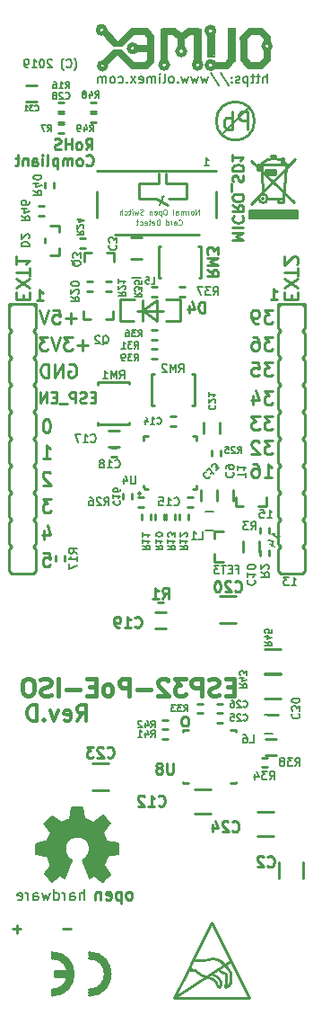
<source format=gbr>
G04 #@! TF.GenerationSoftware,KiCad,Pcbnew,5.99.0-unknown-d20d310~100~ubuntu18.04.1*
G04 #@! TF.CreationDate,2019-12-17T13:26:06+02:00*
G04 #@! TF.ProjectId,ESP32-PoE-ISO_Rev_D,45535033-322d-4506-9f45-2d49534f5f52,D*
G04 #@! TF.SameCoordinates,Original*
G04 #@! TF.FileFunction,Legend,Bot*
G04 #@! TF.FilePolarity,Positive*
%FSLAX46Y46*%
G04 Gerber Fmt 4.6, Leading zero omitted, Abs format (unit mm)*
G04 Created by KiCad (PCBNEW 5.99.0-unknown-d20d310~100~ubuntu18.04.1) date 2019-12-17 13:26:06*
%MOMM*%
%LPD*%
G04 APERTURE LIST*
%ADD10C,0.254000*%
%ADD11C,0.190500*%
%ADD12C,0.381000*%
%ADD13C,0.317500*%
%ADD14C,0.300000*%
%ADD15C,0.420000*%
%ADD16C,0.370000*%
%ADD17C,0.400000*%
%ADD18C,0.380000*%
%ADD19C,0.150000*%
%ADD20C,1.000000*%
%ADD21C,0.700000*%
%ADD22C,0.500000*%
%ADD23C,0.100000*%
%ADD24C,0.127000*%
%ADD25C,0.200000*%
%ADD26C,0.158750*%
%ADD27C,0.180000*%
%ADD28C,0.125000*%
G04 APERTURE END LIST*
D10*
X96018047Y-180793571D02*
X95243952Y-180793571D01*
X91319047Y-180793571D02*
X90544952Y-180793571D01*
X90932000Y-181180619D02*
X90932000Y-180406523D01*
X93423619Y-145354523D02*
X94028380Y-145354523D01*
X94088857Y-145959285D01*
X94028380Y-145898809D01*
X93907428Y-145838333D01*
X93605047Y-145838333D01*
X93484095Y-145898809D01*
X93423619Y-145959285D01*
X93363142Y-146080238D01*
X93363142Y-146382619D01*
X93423619Y-146503571D01*
X93484095Y-146564047D01*
X93605047Y-146624523D01*
X93907428Y-146624523D01*
X94028380Y-146564047D01*
X94088857Y-146503571D01*
X93484095Y-143237857D02*
X93484095Y-144084523D01*
X93786476Y-142754047D02*
X94088857Y-143661190D01*
X93302666Y-143661190D01*
X94149333Y-140274523D02*
X93363142Y-140274523D01*
X93786476Y-140758333D01*
X93605047Y-140758333D01*
X93484095Y-140818809D01*
X93423619Y-140879285D01*
X93363142Y-141000238D01*
X93363142Y-141302619D01*
X93423619Y-141423571D01*
X93484095Y-141484047D01*
X93605047Y-141544523D01*
X93967904Y-141544523D01*
X94088857Y-141484047D01*
X94149333Y-141423571D01*
X94088857Y-137855476D02*
X94028380Y-137795000D01*
X93907428Y-137734523D01*
X93605047Y-137734523D01*
X93484095Y-137795000D01*
X93423619Y-137855476D01*
X93363142Y-137976428D01*
X93363142Y-138097380D01*
X93423619Y-138278809D01*
X94149333Y-139004523D01*
X93363142Y-139004523D01*
X93363142Y-136464523D02*
X94088857Y-136464523D01*
X93726000Y-136464523D02*
X93726000Y-135194523D01*
X93846952Y-135375952D01*
X93967904Y-135496904D01*
X94088857Y-135557380D01*
X93786476Y-132781523D02*
X93665523Y-132781523D01*
X93544571Y-132842000D01*
X93484095Y-132902476D01*
X93423619Y-133023428D01*
X93363142Y-133265333D01*
X93363142Y-133567714D01*
X93423619Y-133809619D01*
X93484095Y-133930571D01*
X93544571Y-133991047D01*
X93665523Y-134051523D01*
X93786476Y-134051523D01*
X93907428Y-133991047D01*
X93967904Y-133930571D01*
X94028380Y-133809619D01*
X94088857Y-133567714D01*
X94088857Y-133265333D01*
X94028380Y-133023428D01*
X93967904Y-132902476D01*
X93907428Y-132842000D01*
X93786476Y-132781523D01*
X98346380Y-130737428D02*
X98007714Y-130737428D01*
X97862571Y-131269619D02*
X98346380Y-131269619D01*
X98346380Y-130253619D01*
X97862571Y-130253619D01*
X97475523Y-131221238D02*
X97330380Y-131269619D01*
X97088476Y-131269619D01*
X96991714Y-131221238D01*
X96943333Y-131172857D01*
X96894952Y-131076095D01*
X96894952Y-130979333D01*
X96943333Y-130882571D01*
X96991714Y-130834190D01*
X97088476Y-130785809D01*
X97282000Y-130737428D01*
X97378761Y-130689047D01*
X97427142Y-130640666D01*
X97475523Y-130543904D01*
X97475523Y-130447142D01*
X97427142Y-130350380D01*
X97378761Y-130302000D01*
X97282000Y-130253619D01*
X97040095Y-130253619D01*
X96894952Y-130302000D01*
X96459523Y-131269619D02*
X96459523Y-130253619D01*
X96072476Y-130253619D01*
X95975714Y-130302000D01*
X95927333Y-130350380D01*
X95878952Y-130447142D01*
X95878952Y-130592285D01*
X95927333Y-130689047D01*
X95975714Y-130737428D01*
X96072476Y-130785809D01*
X96459523Y-130785809D01*
X95685428Y-131366380D02*
X94911333Y-131366380D01*
X94669428Y-130737428D02*
X94330761Y-130737428D01*
X94185619Y-131269619D02*
X94669428Y-131269619D01*
X94669428Y-130253619D01*
X94185619Y-130253619D01*
X93750190Y-131269619D02*
X93750190Y-130253619D01*
X93169619Y-131269619D01*
X93169619Y-130253619D01*
X95836619Y-127635000D02*
X95957571Y-127574523D01*
X96139000Y-127574523D01*
X96320428Y-127635000D01*
X96441380Y-127755952D01*
X96501857Y-127876904D01*
X96562333Y-128118809D01*
X96562333Y-128300238D01*
X96501857Y-128542142D01*
X96441380Y-128663095D01*
X96320428Y-128784047D01*
X96139000Y-128844523D01*
X96018047Y-128844523D01*
X95836619Y-128784047D01*
X95776142Y-128723571D01*
X95776142Y-128300238D01*
X96018047Y-128300238D01*
X95231857Y-128844523D02*
X95231857Y-127574523D01*
X94506142Y-128844523D01*
X94506142Y-127574523D01*
X93901380Y-128844523D02*
X93901380Y-127574523D01*
X93599000Y-127574523D01*
X93417571Y-127635000D01*
X93296619Y-127755952D01*
X93236142Y-127876904D01*
X93175666Y-128118809D01*
X93175666Y-128300238D01*
X93236142Y-128542142D01*
X93296619Y-128663095D01*
X93417571Y-128784047D01*
X93599000Y-128844523D01*
X93901380Y-128844523D01*
X97614619Y-125820714D02*
X96647000Y-125820714D01*
X97130809Y-126304523D02*
X97130809Y-125336904D01*
X96163190Y-125034523D02*
X95377000Y-125034523D01*
X95800333Y-125518333D01*
X95618904Y-125518333D01*
X95497952Y-125578809D01*
X95437476Y-125639285D01*
X95377000Y-125760238D01*
X95377000Y-126062619D01*
X95437476Y-126183571D01*
X95497952Y-126244047D01*
X95618904Y-126304523D01*
X95981761Y-126304523D01*
X96102714Y-126244047D01*
X96163190Y-126183571D01*
X95014142Y-125034523D02*
X94590809Y-126304523D01*
X94167476Y-125034523D01*
X93865095Y-125034523D02*
X93078904Y-125034523D01*
X93502238Y-125518333D01*
X93320809Y-125518333D01*
X93199857Y-125578809D01*
X93139380Y-125639285D01*
X93078904Y-125760238D01*
X93078904Y-126062619D01*
X93139380Y-126183571D01*
X93199857Y-126244047D01*
X93320809Y-126304523D01*
X93683666Y-126304523D01*
X93804619Y-126244047D01*
X93865095Y-126183571D01*
X96501857Y-123280714D02*
X95534238Y-123280714D01*
X96018047Y-123764523D02*
X96018047Y-122796904D01*
X94324714Y-122494523D02*
X94929476Y-122494523D01*
X94989952Y-123099285D01*
X94929476Y-123038809D01*
X94808523Y-122978333D01*
X94506142Y-122978333D01*
X94385190Y-123038809D01*
X94324714Y-123099285D01*
X94264238Y-123220238D01*
X94264238Y-123522619D01*
X94324714Y-123643571D01*
X94385190Y-123704047D01*
X94506142Y-123764523D01*
X94808523Y-123764523D01*
X94929476Y-123704047D01*
X94989952Y-123643571D01*
X93901380Y-122494523D02*
X93478047Y-123764523D01*
X93054714Y-122494523D01*
D11*
X116858142Y-148426714D02*
X117293571Y-148426714D01*
X117075857Y-148426714D02*
X117075857Y-147664714D01*
X117148428Y-147773571D01*
X117221000Y-147846142D01*
X117293571Y-147882428D01*
X116604142Y-147664714D02*
X116132428Y-147664714D01*
X116386428Y-147955000D01*
X116277571Y-147955000D01*
X116205000Y-147991285D01*
X116168714Y-148027571D01*
X116132428Y-148100142D01*
X116132428Y-148281571D01*
X116168714Y-148354142D01*
X116205000Y-148390428D01*
X116277571Y-148426714D01*
X116495285Y-148426714D01*
X116567857Y-148390428D01*
X116604142Y-148354142D01*
X115560102Y-144191659D02*
X115777817Y-143814567D01*
X115668959Y-144003113D02*
X115009048Y-143622113D01*
X115139607Y-143613693D01*
X115238741Y-143587130D01*
X115306451Y-143542424D01*
X114793590Y-144503298D02*
X115233531Y-144757298D01*
X114632909Y-144201033D02*
X115194989Y-144316054D01*
X114959132Y-144724571D01*
X114572142Y-142076714D02*
X115007571Y-142076714D01*
X114789857Y-142076714D02*
X114789857Y-141314714D01*
X114862428Y-141423571D01*
X114935000Y-141496142D01*
X115007571Y-141532428D01*
X113882714Y-141314714D02*
X114245571Y-141314714D01*
X114281857Y-141677571D01*
X114245571Y-141641285D01*
X114173000Y-141605000D01*
X113991571Y-141605000D01*
X113919000Y-141641285D01*
X113882714Y-141677571D01*
X113846428Y-141750142D01*
X113846428Y-141931571D01*
X113882714Y-142004142D01*
X113919000Y-142040428D01*
X113991571Y-142076714D01*
X114173000Y-142076714D01*
X114245571Y-142040428D01*
X114281857Y-142004142D01*
D10*
X114287904Y-138242523D02*
X115013619Y-138242523D01*
X114650761Y-138242523D02*
X114650761Y-136972523D01*
X114771714Y-137153952D01*
X114892666Y-137274904D01*
X115013619Y-137335380D01*
X113199333Y-136972523D02*
X113441238Y-136972523D01*
X113562190Y-137033000D01*
X113622666Y-137093476D01*
X113743619Y-137274904D01*
X113804095Y-137516809D01*
X113804095Y-138000619D01*
X113743619Y-138121571D01*
X113683142Y-138182047D01*
X113562190Y-138242523D01*
X113320285Y-138242523D01*
X113199333Y-138182047D01*
X113138857Y-138121571D01*
X113078380Y-138000619D01*
X113078380Y-137698238D01*
X113138857Y-137577285D01*
X113199333Y-137516809D01*
X113320285Y-137456333D01*
X113562190Y-137456333D01*
X113683142Y-137516809D01*
X113743619Y-137577285D01*
X113804095Y-137698238D01*
X115074095Y-134813523D02*
X114287904Y-134813523D01*
X114711238Y-135297333D01*
X114529809Y-135297333D01*
X114408857Y-135357809D01*
X114348380Y-135418285D01*
X114287904Y-135539238D01*
X114287904Y-135841619D01*
X114348380Y-135962571D01*
X114408857Y-136023047D01*
X114529809Y-136083523D01*
X114892666Y-136083523D01*
X115013619Y-136023047D01*
X115074095Y-135962571D01*
X113804095Y-134934476D02*
X113743619Y-134874000D01*
X113622666Y-134813523D01*
X113320285Y-134813523D01*
X113199333Y-134874000D01*
X113138857Y-134934476D01*
X113078380Y-135055428D01*
X113078380Y-135176380D01*
X113138857Y-135357809D01*
X113864571Y-136083523D01*
X113078380Y-136083523D01*
X115074095Y-132527523D02*
X114287904Y-132527523D01*
X114711238Y-133011333D01*
X114529809Y-133011333D01*
X114408857Y-133071809D01*
X114348380Y-133132285D01*
X114287904Y-133253238D01*
X114287904Y-133555619D01*
X114348380Y-133676571D01*
X114408857Y-133737047D01*
X114529809Y-133797523D01*
X114892666Y-133797523D01*
X115013619Y-133737047D01*
X115074095Y-133676571D01*
X113864571Y-132527523D02*
X113078380Y-132527523D01*
X113501714Y-133011333D01*
X113320285Y-133011333D01*
X113199333Y-133071809D01*
X113138857Y-133132285D01*
X113078380Y-133253238D01*
X113078380Y-133555619D01*
X113138857Y-133676571D01*
X113199333Y-133737047D01*
X113320285Y-133797523D01*
X113683142Y-133797523D01*
X113804095Y-133737047D01*
X113864571Y-133676571D01*
X115074095Y-130114523D02*
X114287904Y-130114523D01*
X114711238Y-130598333D01*
X114529809Y-130598333D01*
X114408857Y-130658809D01*
X114348380Y-130719285D01*
X114287904Y-130840238D01*
X114287904Y-131142619D01*
X114348380Y-131263571D01*
X114408857Y-131324047D01*
X114529809Y-131384523D01*
X114892666Y-131384523D01*
X115013619Y-131324047D01*
X115074095Y-131263571D01*
X113199333Y-130537857D02*
X113199333Y-131384523D01*
X113501714Y-130054047D02*
X113804095Y-130961190D01*
X113017904Y-130961190D01*
X115074095Y-127447523D02*
X114287904Y-127447523D01*
X114711238Y-127931333D01*
X114529809Y-127931333D01*
X114408857Y-127991809D01*
X114348380Y-128052285D01*
X114287904Y-128173238D01*
X114287904Y-128475619D01*
X114348380Y-128596571D01*
X114408857Y-128657047D01*
X114529809Y-128717523D01*
X114892666Y-128717523D01*
X115013619Y-128657047D01*
X115074095Y-128596571D01*
X113138857Y-127447523D02*
X113743619Y-127447523D01*
X113804095Y-128052285D01*
X113743619Y-127991809D01*
X113622666Y-127931333D01*
X113320285Y-127931333D01*
X113199333Y-127991809D01*
X113138857Y-128052285D01*
X113078380Y-128173238D01*
X113078380Y-128475619D01*
X113138857Y-128596571D01*
X113199333Y-128657047D01*
X113320285Y-128717523D01*
X113622666Y-128717523D01*
X113743619Y-128657047D01*
X113804095Y-128596571D01*
X115074095Y-125034523D02*
X114287904Y-125034523D01*
X114711238Y-125518333D01*
X114529809Y-125518333D01*
X114408857Y-125578809D01*
X114348380Y-125639285D01*
X114287904Y-125760238D01*
X114287904Y-126062619D01*
X114348380Y-126183571D01*
X114408857Y-126244047D01*
X114529809Y-126304523D01*
X114892666Y-126304523D01*
X115013619Y-126244047D01*
X115074095Y-126183571D01*
X113199333Y-125034523D02*
X113441238Y-125034523D01*
X113562190Y-125095000D01*
X113622666Y-125155476D01*
X113743619Y-125336904D01*
X113804095Y-125578809D01*
X113804095Y-126062619D01*
X113743619Y-126183571D01*
X113683142Y-126244047D01*
X113562190Y-126304523D01*
X113320285Y-126304523D01*
X113199333Y-126244047D01*
X113138857Y-126183571D01*
X113078380Y-126062619D01*
X113078380Y-125760238D01*
X113138857Y-125639285D01*
X113199333Y-125578809D01*
X113320285Y-125518333D01*
X113562190Y-125518333D01*
X113683142Y-125578809D01*
X113743619Y-125639285D01*
X113804095Y-125760238D01*
X115074095Y-122494523D02*
X114287904Y-122494523D01*
X114711238Y-122978333D01*
X114529809Y-122978333D01*
X114408857Y-123038809D01*
X114348380Y-123099285D01*
X114287904Y-123220238D01*
X114287904Y-123522619D01*
X114348380Y-123643571D01*
X114408857Y-123704047D01*
X114529809Y-123764523D01*
X114892666Y-123764523D01*
X115013619Y-123704047D01*
X115074095Y-123643571D01*
X113683142Y-123764523D02*
X113441238Y-123764523D01*
X113320285Y-123704047D01*
X113259809Y-123643571D01*
X113138857Y-123462142D01*
X113078380Y-123220238D01*
X113078380Y-122736428D01*
X113138857Y-122615476D01*
X113199333Y-122555000D01*
X113320285Y-122494523D01*
X113562190Y-122494523D01*
X113683142Y-122555000D01*
X113743619Y-122615476D01*
X113804095Y-122736428D01*
X113804095Y-123038809D01*
X113743619Y-123159761D01*
X113683142Y-123220238D01*
X113562190Y-123280714D01*
X113320285Y-123280714D01*
X113199333Y-123220238D01*
X113138857Y-123159761D01*
X113078380Y-123038809D01*
D11*
X108621285Y-108929714D02*
X109056714Y-108929714D01*
X108839000Y-108929714D02*
X108839000Y-108167714D01*
X108911571Y-108276571D01*
X108984142Y-108349142D01*
X109056714Y-108385428D01*
D10*
X97487619Y-108820857D02*
X97536000Y-108869238D01*
X97681142Y-108917619D01*
X97777904Y-108917619D01*
X97923047Y-108869238D01*
X98019809Y-108772476D01*
X98068190Y-108675714D01*
X98116571Y-108482190D01*
X98116571Y-108337047D01*
X98068190Y-108143523D01*
X98019809Y-108046761D01*
X97923047Y-107950000D01*
X97777904Y-107901619D01*
X97681142Y-107901619D01*
X97536000Y-107950000D01*
X97487619Y-107998380D01*
X96907047Y-108917619D02*
X97003809Y-108869238D01*
X97052190Y-108820857D01*
X97100571Y-108724095D01*
X97100571Y-108433809D01*
X97052190Y-108337047D01*
X97003809Y-108288666D01*
X96907047Y-108240285D01*
X96761904Y-108240285D01*
X96665142Y-108288666D01*
X96616761Y-108337047D01*
X96568380Y-108433809D01*
X96568380Y-108724095D01*
X96616761Y-108820857D01*
X96665142Y-108869238D01*
X96761904Y-108917619D01*
X96907047Y-108917619D01*
X96132952Y-108917619D02*
X96132952Y-108240285D01*
X96132952Y-108337047D02*
X96084571Y-108288666D01*
X95987809Y-108240285D01*
X95842666Y-108240285D01*
X95745904Y-108288666D01*
X95697523Y-108385428D01*
X95697523Y-108917619D01*
X95697523Y-108385428D02*
X95649142Y-108288666D01*
X95552380Y-108240285D01*
X95407238Y-108240285D01*
X95310476Y-108288666D01*
X95262095Y-108385428D01*
X95262095Y-108917619D01*
X94778285Y-108240285D02*
X94778285Y-109256285D01*
X94778285Y-108288666D02*
X94681523Y-108240285D01*
X94488000Y-108240285D01*
X94391238Y-108288666D01*
X94342857Y-108337047D01*
X94294476Y-108433809D01*
X94294476Y-108724095D01*
X94342857Y-108820857D01*
X94391238Y-108869238D01*
X94488000Y-108917619D01*
X94681523Y-108917619D01*
X94778285Y-108869238D01*
X93713904Y-108917619D02*
X93810666Y-108869238D01*
X93859047Y-108772476D01*
X93859047Y-107901619D01*
X93326857Y-108917619D02*
X93326857Y-108240285D01*
X93326857Y-107901619D02*
X93375238Y-107950000D01*
X93326857Y-107998380D01*
X93278476Y-107950000D01*
X93326857Y-107901619D01*
X93326857Y-107998380D01*
X92407619Y-108917619D02*
X92407619Y-108385428D01*
X92456000Y-108288666D01*
X92552761Y-108240285D01*
X92746285Y-108240285D01*
X92843047Y-108288666D01*
X92407619Y-108869238D02*
X92504380Y-108917619D01*
X92746285Y-108917619D01*
X92843047Y-108869238D01*
X92891428Y-108772476D01*
X92891428Y-108675714D01*
X92843047Y-108578952D01*
X92746285Y-108530571D01*
X92504380Y-108530571D01*
X92407619Y-108482190D01*
X91923809Y-108240285D02*
X91923809Y-108917619D01*
X91923809Y-108337047D02*
X91875428Y-108288666D01*
X91778666Y-108240285D01*
X91633523Y-108240285D01*
X91536761Y-108288666D01*
X91488380Y-108385428D01*
X91488380Y-108917619D01*
X91149714Y-108240285D02*
X90762666Y-108240285D01*
X91004571Y-107901619D02*
X91004571Y-108772476D01*
X90956190Y-108869238D01*
X90859428Y-108917619D01*
X90762666Y-108917619D01*
X97427142Y-107393619D02*
X97765809Y-106909809D01*
X98007714Y-107393619D02*
X98007714Y-106377619D01*
X97620666Y-106377619D01*
X97523904Y-106426000D01*
X97475523Y-106474380D01*
X97427142Y-106571142D01*
X97427142Y-106716285D01*
X97475523Y-106813047D01*
X97523904Y-106861428D01*
X97620666Y-106909809D01*
X98007714Y-106909809D01*
X96846571Y-107393619D02*
X96943333Y-107345238D01*
X96991714Y-107296857D01*
X97040095Y-107200095D01*
X97040095Y-106909809D01*
X96991714Y-106813047D01*
X96943333Y-106764666D01*
X96846571Y-106716285D01*
X96701428Y-106716285D01*
X96604666Y-106764666D01*
X96556285Y-106813047D01*
X96507904Y-106909809D01*
X96507904Y-107200095D01*
X96556285Y-107296857D01*
X96604666Y-107345238D01*
X96701428Y-107393619D01*
X96846571Y-107393619D01*
X96072476Y-107393619D02*
X96072476Y-106377619D01*
X96072476Y-106861428D02*
X95491904Y-106861428D01*
X95491904Y-107393619D02*
X95491904Y-106377619D01*
X95056476Y-107345238D02*
X94911333Y-107393619D01*
X94669428Y-107393619D01*
X94572666Y-107345238D01*
X94524285Y-107296857D01*
X94475904Y-107200095D01*
X94475904Y-107103333D01*
X94524285Y-107006571D01*
X94572666Y-106958190D01*
X94669428Y-106909809D01*
X94862952Y-106861428D01*
X94959714Y-106813047D01*
X95008095Y-106764666D01*
X95056476Y-106667904D01*
X95056476Y-106571142D01*
X95008095Y-106474380D01*
X94959714Y-106426000D01*
X94862952Y-106377619D01*
X94621047Y-106377619D01*
X94475904Y-106426000D01*
X114898714Y-121490619D02*
X115479285Y-121490619D01*
X115189000Y-121490619D02*
X115189000Y-120474619D01*
X115285761Y-120619761D01*
X115382523Y-120716523D01*
X115479285Y-120764904D01*
X92800714Y-121617619D02*
X93381285Y-121617619D01*
X93091000Y-121617619D02*
X93091000Y-120601619D01*
X93187761Y-120746761D01*
X93284523Y-120843523D01*
X93381285Y-120891904D01*
D12*
X111418309Y-157997071D02*
X110867976Y-157997071D01*
X110632119Y-158861880D02*
X111418309Y-158861880D01*
X111418309Y-157210880D01*
X110632119Y-157210880D01*
X110003166Y-158783261D02*
X109767309Y-158861880D01*
X109374214Y-158861880D01*
X109216976Y-158783261D01*
X109138357Y-158704642D01*
X109059738Y-158547404D01*
X109059738Y-158390166D01*
X109138357Y-158232928D01*
X109216976Y-158154309D01*
X109374214Y-158075690D01*
X109688690Y-157997071D01*
X109845928Y-157918452D01*
X109924547Y-157839833D01*
X110003166Y-157682595D01*
X110003166Y-157525357D01*
X109924547Y-157368119D01*
X109845928Y-157289500D01*
X109688690Y-157210880D01*
X109295595Y-157210880D01*
X109059738Y-157289500D01*
X108352166Y-158861880D02*
X108352166Y-157210880D01*
X107723214Y-157210880D01*
X107565976Y-157289500D01*
X107487357Y-157368119D01*
X107408738Y-157525357D01*
X107408738Y-157761214D01*
X107487357Y-157918452D01*
X107565976Y-157997071D01*
X107723214Y-158075690D01*
X108352166Y-158075690D01*
X106858404Y-157210880D02*
X105836357Y-157210880D01*
X106386690Y-157839833D01*
X106150833Y-157839833D01*
X105993595Y-157918452D01*
X105914976Y-157997071D01*
X105836357Y-158154309D01*
X105836357Y-158547404D01*
X105914976Y-158704642D01*
X105993595Y-158783261D01*
X106150833Y-158861880D01*
X106622547Y-158861880D01*
X106779785Y-158783261D01*
X106858404Y-158704642D01*
X105207404Y-157368119D02*
X105128785Y-157289500D01*
X104971547Y-157210880D01*
X104578452Y-157210880D01*
X104421214Y-157289500D01*
X104342595Y-157368119D01*
X104263976Y-157525357D01*
X104263976Y-157682595D01*
X104342595Y-157918452D01*
X105286023Y-158861880D01*
X104263976Y-158861880D01*
X103556404Y-158232928D02*
X102298500Y-158232928D01*
X101512309Y-158861880D02*
X101512309Y-157210880D01*
X100883357Y-157210880D01*
X100726119Y-157289500D01*
X100647500Y-157368119D01*
X100568880Y-157525357D01*
X100568880Y-157761214D01*
X100647500Y-157918452D01*
X100726119Y-157997071D01*
X100883357Y-158075690D01*
X101512309Y-158075690D01*
X99625452Y-158861880D02*
X99782690Y-158783261D01*
X99861309Y-158704642D01*
X99939928Y-158547404D01*
X99939928Y-158075690D01*
X99861309Y-157918452D01*
X99782690Y-157839833D01*
X99625452Y-157761214D01*
X99389595Y-157761214D01*
X99232357Y-157839833D01*
X99153738Y-157918452D01*
X99075119Y-158075690D01*
X99075119Y-158547404D01*
X99153738Y-158704642D01*
X99232357Y-158783261D01*
X99389595Y-158861880D01*
X99625452Y-158861880D01*
X98367547Y-157997071D02*
X97817214Y-157997071D01*
X97581357Y-158861880D02*
X98367547Y-158861880D01*
X98367547Y-157210880D01*
X97581357Y-157210880D01*
X96873785Y-158232928D02*
X95615880Y-158232928D01*
X94829690Y-158861880D02*
X94829690Y-157210880D01*
X94122119Y-158783261D02*
X93886261Y-158861880D01*
X93493166Y-158861880D01*
X93335928Y-158783261D01*
X93257309Y-158704642D01*
X93178690Y-158547404D01*
X93178690Y-158390166D01*
X93257309Y-158232928D01*
X93335928Y-158154309D01*
X93493166Y-158075690D01*
X93807642Y-157997071D01*
X93964880Y-157918452D01*
X94043500Y-157839833D01*
X94122119Y-157682595D01*
X94122119Y-157525357D01*
X94043500Y-157368119D01*
X93964880Y-157289500D01*
X93807642Y-157210880D01*
X93414547Y-157210880D01*
X93178690Y-157289500D01*
X92156642Y-157210880D02*
X91842166Y-157210880D01*
X91684928Y-157289500D01*
X91527690Y-157446738D01*
X91449071Y-157761214D01*
X91449071Y-158311547D01*
X91527690Y-158626023D01*
X91684928Y-158783261D01*
X91842166Y-158861880D01*
X92156642Y-158861880D01*
X92313880Y-158783261D01*
X92471119Y-158626023D01*
X92549738Y-158311547D01*
X92549738Y-157761214D01*
X92471119Y-157446738D01*
X92313880Y-157289500D01*
X92156642Y-157210880D01*
D13*
X96628857Y-161217428D02*
X97136857Y-160491714D01*
X97499714Y-161217428D02*
X97499714Y-159693428D01*
X96919142Y-159693428D01*
X96774000Y-159766000D01*
X96701428Y-159838571D01*
X96628857Y-159983714D01*
X96628857Y-160201428D01*
X96701428Y-160346571D01*
X96774000Y-160419142D01*
X96919142Y-160491714D01*
X97499714Y-160491714D01*
X95395142Y-161144857D02*
X95540285Y-161217428D01*
X95830571Y-161217428D01*
X95975714Y-161144857D01*
X96048285Y-160999714D01*
X96048285Y-160419142D01*
X95975714Y-160274000D01*
X95830571Y-160201428D01*
X95540285Y-160201428D01*
X95395142Y-160274000D01*
X95322571Y-160419142D01*
X95322571Y-160564285D01*
X96048285Y-160709428D01*
X94814571Y-160201428D02*
X94451714Y-161217428D01*
X94088857Y-160201428D01*
X93508285Y-161072285D02*
X93435714Y-161144857D01*
X93508285Y-161217428D01*
X93580857Y-161144857D01*
X93508285Y-161072285D01*
X93508285Y-161217428D01*
X92782571Y-161217428D02*
X92782571Y-159693428D01*
X92419714Y-159693428D01*
X92202000Y-159766000D01*
X92056857Y-159911142D01*
X91984285Y-160056285D01*
X91911714Y-160346571D01*
X91911714Y-160564285D01*
X91984285Y-160854571D01*
X92056857Y-160999714D01*
X92202000Y-161144857D01*
X92419714Y-161217428D01*
X92782571Y-161217428D01*
D11*
X96338571Y-99949000D02*
X96374857Y-99912714D01*
X96447428Y-99803857D01*
X96483714Y-99731285D01*
X96520000Y-99622428D01*
X96556285Y-99441000D01*
X96556285Y-99295857D01*
X96520000Y-99114428D01*
X96483714Y-99005571D01*
X96447428Y-98933000D01*
X96374857Y-98824142D01*
X96338571Y-98787857D01*
X95612857Y-99586142D02*
X95649142Y-99622428D01*
X95758000Y-99658714D01*
X95830571Y-99658714D01*
X95939428Y-99622428D01*
X96012000Y-99549857D01*
X96048285Y-99477285D01*
X96084571Y-99332142D01*
X96084571Y-99223285D01*
X96048285Y-99078142D01*
X96012000Y-99005571D01*
X95939428Y-98933000D01*
X95830571Y-98896714D01*
X95758000Y-98896714D01*
X95649142Y-98933000D01*
X95612857Y-98969285D01*
X95358857Y-99949000D02*
X95322571Y-99912714D01*
X95250000Y-99803857D01*
X95213714Y-99731285D01*
X95177428Y-99622428D01*
X95141142Y-99441000D01*
X95141142Y-99295857D01*
X95177428Y-99114428D01*
X95213714Y-99005571D01*
X95250000Y-98933000D01*
X95322571Y-98824142D01*
X95358857Y-98787857D01*
X94234000Y-98969285D02*
X94197714Y-98933000D01*
X94125142Y-98896714D01*
X93943714Y-98896714D01*
X93871142Y-98933000D01*
X93834857Y-98969285D01*
X93798571Y-99041857D01*
X93798571Y-99114428D01*
X93834857Y-99223285D01*
X94270285Y-99658714D01*
X93798571Y-99658714D01*
X93326857Y-98896714D02*
X93254285Y-98896714D01*
X93181714Y-98933000D01*
X93145428Y-98969285D01*
X93109142Y-99041857D01*
X93072857Y-99187000D01*
X93072857Y-99368428D01*
X93109142Y-99513571D01*
X93145428Y-99586142D01*
X93181714Y-99622428D01*
X93254285Y-99658714D01*
X93326857Y-99658714D01*
X93399428Y-99622428D01*
X93435714Y-99586142D01*
X93472000Y-99513571D01*
X93508285Y-99368428D01*
X93508285Y-99187000D01*
X93472000Y-99041857D01*
X93435714Y-98969285D01*
X93399428Y-98933000D01*
X93326857Y-98896714D01*
X92347142Y-99658714D02*
X92782571Y-99658714D01*
X92564857Y-99658714D02*
X92564857Y-98896714D01*
X92637428Y-99005571D01*
X92710000Y-99078142D01*
X92782571Y-99114428D01*
X91984285Y-99658714D02*
X91839142Y-99658714D01*
X91766571Y-99622428D01*
X91730285Y-99586142D01*
X91657714Y-99477285D01*
X91621428Y-99332142D01*
X91621428Y-99041857D01*
X91657714Y-98969285D01*
X91694000Y-98933000D01*
X91766571Y-98896714D01*
X91911714Y-98896714D01*
X91984285Y-98933000D01*
X92020571Y-98969285D01*
X92056857Y-99041857D01*
X92056857Y-99223285D01*
X92020571Y-99295857D01*
X91984285Y-99332142D01*
X91911714Y-99368428D01*
X91766571Y-99368428D01*
X91694000Y-99332142D01*
X91657714Y-99295857D01*
X91621428Y-99223285D01*
X114532833Y-101113166D02*
X114532833Y-100224166D01*
X114151833Y-101113166D02*
X114151833Y-100647500D01*
X114194166Y-100562833D01*
X114278833Y-100520500D01*
X114405833Y-100520500D01*
X114490500Y-100562833D01*
X114532833Y-100605166D01*
X113855500Y-100520500D02*
X113516833Y-100520500D01*
X113728500Y-100224166D02*
X113728500Y-100986166D01*
X113686166Y-101070833D01*
X113601500Y-101113166D01*
X113516833Y-101113166D01*
X113347500Y-100520500D02*
X113008833Y-100520500D01*
X113220500Y-100224166D02*
X113220500Y-100986166D01*
X113178166Y-101070833D01*
X113093500Y-101113166D01*
X113008833Y-101113166D01*
X112712500Y-100520500D02*
X112712500Y-101409500D01*
X112712500Y-100562833D02*
X112627833Y-100520500D01*
X112458500Y-100520500D01*
X112373833Y-100562833D01*
X112331500Y-100605166D01*
X112289166Y-100689833D01*
X112289166Y-100943833D01*
X112331500Y-101028500D01*
X112373833Y-101070833D01*
X112458500Y-101113166D01*
X112627833Y-101113166D01*
X112712500Y-101070833D01*
X111950500Y-101070833D02*
X111865833Y-101113166D01*
X111696500Y-101113166D01*
X111611833Y-101070833D01*
X111569500Y-100986166D01*
X111569500Y-100943833D01*
X111611833Y-100859166D01*
X111696500Y-100816833D01*
X111823500Y-100816833D01*
X111908166Y-100774500D01*
X111950500Y-100689833D01*
X111950500Y-100647500D01*
X111908166Y-100562833D01*
X111823500Y-100520500D01*
X111696500Y-100520500D01*
X111611833Y-100562833D01*
X111188500Y-101028500D02*
X111146166Y-101070833D01*
X111188500Y-101113166D01*
X111230833Y-101070833D01*
X111188500Y-101028500D01*
X111188500Y-101113166D01*
X111188500Y-100562833D02*
X111146166Y-100605166D01*
X111188500Y-100647500D01*
X111230833Y-100605166D01*
X111188500Y-100562833D01*
X111188500Y-100647500D01*
X110130166Y-100181833D02*
X110892166Y-101324833D01*
X109198833Y-100181833D02*
X109960833Y-101324833D01*
X108987166Y-100520500D02*
X108817833Y-101113166D01*
X108648500Y-100689833D01*
X108479166Y-101113166D01*
X108309833Y-100520500D01*
X108055833Y-100520500D02*
X107886500Y-101113166D01*
X107717166Y-100689833D01*
X107547833Y-101113166D01*
X107378500Y-100520500D01*
X107124500Y-100520500D02*
X106955166Y-101113166D01*
X106785833Y-100689833D01*
X106616500Y-101113166D01*
X106447166Y-100520500D01*
X106108500Y-101028500D02*
X106066166Y-101070833D01*
X106108500Y-101113166D01*
X106150833Y-101070833D01*
X106108500Y-101028500D01*
X106108500Y-101113166D01*
X105558166Y-101113166D02*
X105642833Y-101070833D01*
X105685166Y-101028500D01*
X105727500Y-100943833D01*
X105727500Y-100689833D01*
X105685166Y-100605166D01*
X105642833Y-100562833D01*
X105558166Y-100520500D01*
X105431166Y-100520500D01*
X105346500Y-100562833D01*
X105304166Y-100605166D01*
X105261833Y-100689833D01*
X105261833Y-100943833D01*
X105304166Y-101028500D01*
X105346500Y-101070833D01*
X105431166Y-101113166D01*
X105558166Y-101113166D01*
X104753833Y-101113166D02*
X104838500Y-101070833D01*
X104880833Y-100986166D01*
X104880833Y-100224166D01*
X104415166Y-101113166D02*
X104415166Y-100520500D01*
X104415166Y-100224166D02*
X104457500Y-100266500D01*
X104415166Y-100308833D01*
X104372833Y-100266500D01*
X104415166Y-100224166D01*
X104415166Y-100308833D01*
X103991833Y-101113166D02*
X103991833Y-100520500D01*
X103991833Y-100605166D02*
X103949500Y-100562833D01*
X103864833Y-100520500D01*
X103737833Y-100520500D01*
X103653166Y-100562833D01*
X103610833Y-100647500D01*
X103610833Y-101113166D01*
X103610833Y-100647500D02*
X103568500Y-100562833D01*
X103483833Y-100520500D01*
X103356833Y-100520500D01*
X103272166Y-100562833D01*
X103229833Y-100647500D01*
X103229833Y-101113166D01*
X102467833Y-101070833D02*
X102552500Y-101113166D01*
X102721833Y-101113166D01*
X102806500Y-101070833D01*
X102848833Y-100986166D01*
X102848833Y-100647500D01*
X102806500Y-100562833D01*
X102721833Y-100520500D01*
X102552500Y-100520500D01*
X102467833Y-100562833D01*
X102425500Y-100647500D01*
X102425500Y-100732166D01*
X102848833Y-100816833D01*
X102129166Y-101113166D02*
X101663500Y-100520500D01*
X102129166Y-100520500D02*
X101663500Y-101113166D01*
X101324833Y-101028500D02*
X101282500Y-101070833D01*
X101324833Y-101113166D01*
X101367166Y-101070833D01*
X101324833Y-101028500D01*
X101324833Y-101113166D01*
X100520500Y-101070833D02*
X100605166Y-101113166D01*
X100774500Y-101113166D01*
X100859166Y-101070833D01*
X100901500Y-101028500D01*
X100943833Y-100943833D01*
X100943833Y-100689833D01*
X100901500Y-100605166D01*
X100859166Y-100562833D01*
X100774500Y-100520500D01*
X100605166Y-100520500D01*
X100520500Y-100562833D01*
X100012500Y-101113166D02*
X100097166Y-101070833D01*
X100139500Y-101028500D01*
X100181833Y-100943833D01*
X100181833Y-100689833D01*
X100139500Y-100605166D01*
X100097166Y-100562833D01*
X100012500Y-100520500D01*
X99885500Y-100520500D01*
X99800833Y-100562833D01*
X99758500Y-100605166D01*
X99716166Y-100689833D01*
X99716166Y-100943833D01*
X99758500Y-101028500D01*
X99800833Y-101070833D01*
X99885500Y-101113166D01*
X100012500Y-101113166D01*
X99335166Y-101113166D02*
X99335166Y-100520500D01*
X99335166Y-100605166D02*
X99292833Y-100562833D01*
X99208166Y-100520500D01*
X99081166Y-100520500D01*
X98996500Y-100562833D01*
X98954166Y-100647500D01*
X98954166Y-101113166D01*
X98954166Y-100647500D02*
X98911833Y-100562833D01*
X98827166Y-100520500D01*
X98700166Y-100520500D01*
X98615500Y-100562833D01*
X98573166Y-100647500D01*
X98573166Y-101113166D01*
D10*
X94512000Y-185039000D02*
X95762000Y-185039000D01*
X94512000Y-185289000D02*
X95762000Y-185289000D01*
X94512000Y-184789000D02*
X94512000Y-185289000D01*
X95762000Y-184789000D02*
X94512000Y-184789000D01*
X94262000Y-183039000D02*
X94262000Y-183539000D01*
X94262000Y-187039000D02*
G75*
G03X94262000Y-183039000I0J2000000D01*
G01*
X94262000Y-186539000D02*
X94262000Y-187039000D01*
D14*
X94311980Y-186789000D02*
G75*
G03X94312000Y-183289000I-49980J1750000D01*
G01*
D10*
X94262000Y-186539000D02*
G75*
G03X94262000Y-183539000I0J1500000D01*
G01*
D14*
X97811980Y-186789000D02*
G75*
G03X97812000Y-183289000I-49980J1750000D01*
G01*
D10*
X97762000Y-186539000D02*
X97762000Y-187039000D01*
X97762000Y-183039000D02*
X97762000Y-183539000D01*
X97762000Y-187039000D02*
G75*
G03X97762000Y-183039000I0J2000000D01*
G01*
X97762000Y-186539000D02*
G75*
G03X97762000Y-183539000I0J1500000D01*
G01*
X92837000Y-102870000D02*
X91821000Y-102870000D01*
X92837000Y-101346000D02*
X91821000Y-101346000D01*
X98171000Y-103822500D02*
X98425000Y-103822500D01*
X98171000Y-103822500D02*
X97917000Y-103822500D01*
X98171000Y-102933500D02*
X97917000Y-102933500D01*
X98171000Y-102933500D02*
X98425000Y-102933500D01*
X99568000Y-167767000D02*
X98044000Y-167767000D01*
X99568000Y-165227000D02*
X98044000Y-165227000D01*
X111633000Y-152019000D02*
X110109000Y-152019000D01*
X111633000Y-149479000D02*
X110109000Y-149479000D01*
X111577000Y-162092000D02*
X111577000Y-162192000D01*
X111577000Y-166992000D02*
X111577000Y-167092000D01*
X111577000Y-167092000D02*
X111077000Y-167092000D01*
X107077000Y-167092000D02*
X106577000Y-167092000D01*
X106577000Y-167092000D02*
X106577000Y-166992000D01*
X106577000Y-162192000D02*
X106577000Y-162092000D01*
X106577000Y-162092000D02*
X107077000Y-162092000D01*
X111077000Y-162092000D02*
X111577000Y-162092000D01*
X94551500Y-145923000D02*
X94551500Y-146177000D01*
X94551500Y-145923000D02*
X94551500Y-145669000D01*
X95440500Y-145923000D02*
X95440500Y-145669000D01*
X95440500Y-145923000D02*
X95440500Y-146177000D01*
X110744000Y-186055000D02*
G75*
G02X110871000Y-186182000I0J-127000D01*
G01*
X110617000Y-186118500D02*
G75*
G02X110680500Y-186055000I63500J0D01*
G01*
X110678071Y-186311545D02*
G75*
G02X110617000Y-186245500I2429J63505D01*
G01*
X111061500Y-185928000D02*
G75*
G02X110680500Y-186309000I-381000J0D01*
G01*
X110872048Y-184532575D02*
G75*
G02X111061500Y-184848500I-168688J-315925D01*
G01*
X110869549Y-184531142D02*
G75*
G02X110553500Y-184213500I478971J792622D01*
G01*
X110678935Y-185040845D02*
G75*
G02X109982000Y-184594500I153965J1007685D01*
G01*
X110235068Y-185801674D02*
G75*
G02X110236000Y-186118500I-316568J-159346D01*
G01*
X110235967Y-186118600D02*
G75*
G02X110109000Y-186245500I-190467J63600D01*
G01*
X108907275Y-185357493D02*
G75*
G02X109347000Y-185483500I-825195J-3709947D01*
G01*
X109346915Y-185484965D02*
G75*
G02X109918500Y-186245500I-284395J-808795D01*
G01*
X109284708Y-185040166D02*
G75*
G02X110236000Y-185801000I-285688J-1332334D01*
G01*
X108772461Y-185294576D02*
G75*
G02X107950000Y-184848500I147819J1253796D01*
G01*
X107441301Y-184658474D02*
G75*
G02X107950000Y-184848500I64199J-604046D01*
G01*
X108965915Y-183707114D02*
G75*
G02X108750100Y-183769000I-182795J230214D01*
G01*
X108966721Y-183705678D02*
G75*
G02X110553500Y-184213500I466639J-1274902D01*
G01*
X110680500Y-186055000D02*
X110744000Y-186055000D01*
X110680500Y-186055000D02*
X110680500Y-185039000D01*
X110617000Y-186245500D02*
X110617000Y-186118500D01*
X111061500Y-184848500D02*
X111061500Y-185928000D01*
X110109000Y-186245500D02*
X109956600Y-186245500D01*
X107124500Y-184658000D02*
X107442000Y-184658000D01*
X108750100Y-183769000D02*
X107569000Y-183769000D01*
X111125000Y-183832500D02*
X105791000Y-187325000D01*
X107569000Y-183769000D02*
X109347000Y-180213000D01*
X107124500Y-184658000D02*
X107569000Y-183769000D01*
X105791000Y-187325000D02*
X107124500Y-184658000D01*
X112903000Y-187325000D02*
X105791000Y-187325000D01*
X109347000Y-180213000D02*
X112903000Y-187325000D01*
X95123000Y-104838500D02*
X95377000Y-104838500D01*
X95123000Y-104838500D02*
X94869000Y-104838500D01*
X95123000Y-103949500D02*
X94869000Y-103949500D01*
X95123000Y-103949500D02*
X95377000Y-103949500D01*
X95123000Y-103822500D02*
X95377000Y-103822500D01*
X95123000Y-103822500D02*
X94869000Y-103822500D01*
X95123000Y-102933500D02*
X94869000Y-102933500D01*
X95123000Y-102933500D02*
X95377000Y-102933500D01*
X95123000Y-104965500D02*
X94869000Y-104965500D01*
X95123000Y-104965500D02*
X95377000Y-104965500D01*
X95123000Y-105854500D02*
X95377000Y-105854500D01*
X95123000Y-105854500D02*
X94869000Y-105854500D01*
X110109000Y-159575500D02*
X109855000Y-159575500D01*
X110109000Y-159575500D02*
X110363000Y-159575500D01*
X110109000Y-160464500D02*
X110363000Y-160464500D01*
X110109000Y-160464500D02*
X109855000Y-160464500D01*
X104013000Y-152527000D02*
X105029000Y-152527000D01*
X104013000Y-151003000D02*
X105029000Y-151003000D01*
D15*
X97873820Y-175816260D02*
X97322640Y-174393860D01*
D16*
X98219260Y-175630840D02*
X97901760Y-175836580D01*
D17*
X99009200Y-176179480D02*
X98229420Y-175648620D01*
D18*
X99585780Y-175641000D02*
X99021900Y-176179480D01*
D16*
X99570540Y-175641000D02*
X99037140Y-174807880D01*
X99395280Y-173880780D02*
X99037140Y-174764700D01*
X100373180Y-173639480D02*
X99423220Y-173857920D01*
D18*
X100363020Y-172862240D02*
X100368100Y-173649640D01*
D16*
X100375720Y-172849540D02*
X99357180Y-172669200D01*
X99326700Y-172633640D02*
X98978720Y-171767500D01*
X99555300Y-170865800D02*
X98999040Y-171716700D01*
D18*
X99565460Y-170842940D02*
X99065080Y-170309540D01*
D16*
X99016820Y-170284140D02*
X98188780Y-170936920D01*
X98127820Y-170926760D02*
X97282000Y-170520360D01*
X97022920Y-169486580D02*
X97228660Y-170500040D01*
X97030540Y-169473880D02*
X96245680Y-169473880D01*
X96263460Y-169494200D02*
X96050100Y-170512740D01*
X96050100Y-170512740D02*
X95148400Y-170962320D01*
X95135700Y-170957240D02*
X94231460Y-170322800D01*
X94231460Y-170324780D02*
X93677740Y-170870880D01*
X93677740Y-170873420D02*
X94294960Y-171663360D01*
X94294960Y-171663360D02*
X93954600Y-172600620D01*
X93954600Y-172600620D02*
X92872560Y-172829220D01*
X92872560Y-172829220D02*
X92872560Y-173664880D01*
X92872560Y-173664880D02*
X93886020Y-173835060D01*
X93886020Y-173835060D02*
X94292420Y-174746920D01*
X94241620Y-176194720D02*
X95077280Y-175628300D01*
X95077280Y-175628300D02*
X95415100Y-175813720D01*
X95415100Y-175813720D02*
X95989140Y-174373540D01*
X95978980Y-174371000D02*
G75*
G02X95608140Y-172506640I746760J1117600D01*
G01*
X95597980Y-172521880D02*
G75*
G02X97523300Y-172323760I1061720J-863600D01*
G01*
X97548700Y-172349160D02*
G75*
G02X97472500Y-174203360I-965200J-889000D01*
G01*
X94292420Y-174746920D02*
X93672660Y-175633380D01*
X94226380Y-176187100D02*
X93672660Y-175641000D01*
D19*
X97792540Y-175996600D02*
X97142300Y-174327820D01*
X98176080Y-175793400D02*
X97830640Y-176014380D01*
X98188780Y-175783240D02*
X99014280Y-176347120D01*
X99021900Y-176354740D02*
X99743260Y-175661320D01*
X99750880Y-175658780D02*
X99153980Y-174795180D01*
X100512880Y-173751240D02*
X99441000Y-173946820D01*
X100512880Y-172758100D02*
X100512880Y-173743620D01*
X100515420Y-172755560D02*
X99344480Y-172552360D01*
X99446080Y-172557440D02*
X99110800Y-171724320D01*
X99707700Y-170873420D02*
X99113340Y-171726860D01*
X99728020Y-170837860D02*
X99054920Y-170124120D01*
X99042220Y-170121580D02*
X98071940Y-170837860D01*
X98107500Y-170769280D02*
X97203260Y-170390820D01*
X97119440Y-169374820D02*
X97320100Y-170400980D01*
X97109280Y-169367200D02*
X96144080Y-169367200D01*
X96144080Y-169367200D02*
X95918020Y-170538140D01*
X95928180Y-170456860D02*
X95123000Y-170794680D01*
X95242380Y-170842940D02*
X94231460Y-170169840D01*
X94226380Y-170167300D02*
X93532960Y-170858180D01*
X93527880Y-170865800D02*
X94231460Y-171856400D01*
X94142560Y-171747180D02*
X93776800Y-172615860D01*
X92839540Y-173517560D02*
X93946980Y-173741080D01*
X92755720Y-172775880D02*
X92758260Y-173733460D01*
X93893640Y-173964600D02*
X92770960Y-173753780D01*
X93789500Y-173931580D02*
X94170500Y-174912020D01*
X93822520Y-175567340D02*
X94307660Y-176098200D01*
X94218760Y-176342040D02*
X93535500Y-175651160D01*
X95105220Y-175727360D02*
X94228920Y-176347120D01*
X94241620Y-176032160D02*
X95062040Y-175503840D01*
X94924880Y-175699420D02*
X95453200Y-176027080D01*
X95453200Y-176027080D02*
X95839280Y-175046640D01*
X95844360Y-174348140D02*
X95316040Y-175729900D01*
X100220780Y-172946060D02*
X100220780Y-173596300D01*
X100363020Y-173001940D02*
X99247960Y-172755560D01*
X98833940Y-171734480D02*
X99220020Y-172732700D01*
X98828860Y-171739560D02*
X99430840Y-170830240D01*
X99072700Y-170385740D02*
X98188780Y-171107100D01*
X95801180Y-174406560D02*
X95623380Y-174284640D01*
X95623380Y-174284640D02*
X95247460Y-173573440D01*
X95247460Y-173573440D02*
X95247460Y-173055280D01*
X95242380Y-173067980D02*
X95476060Y-172394880D01*
X95476060Y-172394880D02*
X95986600Y-171965620D01*
X95986600Y-171965620D02*
X96801940Y-171805600D01*
X96801940Y-171797980D02*
X97673160Y-172227240D01*
X97673160Y-172227240D02*
X98092260Y-172958760D01*
X98097340Y-172963840D02*
X97965260Y-173786800D01*
X97960180Y-173817280D02*
X97866200Y-173987460D01*
X97960180Y-173817280D02*
X97866200Y-173987460D01*
X97736660Y-174038260D02*
X97477580Y-174376080D01*
X97368360Y-174152560D02*
X97142300Y-174327820D01*
X95867220Y-174155100D02*
X96121220Y-174320200D01*
X96004380Y-174609760D02*
X96126300Y-174325280D01*
X98183700Y-171104560D02*
X97200720Y-170611800D01*
X97853500Y-174017940D02*
X97546160Y-174284640D01*
D20*
X98869500Y-175447960D02*
X98016060Y-174426880D01*
X99905820Y-173243240D02*
X98488500Y-173182280D01*
X98920300Y-170957240D02*
X97858580Y-172064680D01*
X96659700Y-169981880D02*
X96654620Y-171495720D01*
X94394020Y-171038520D02*
X95506540Y-172105320D01*
X93403420Y-173222920D02*
X94871540Y-173309280D01*
X98193860Y-175275240D02*
X97828100Y-174513240D01*
X98859340Y-174376080D02*
X98295460Y-173896020D01*
X99108260Y-173730920D02*
X98402140Y-173603920D01*
X98783140Y-172486320D02*
X98341180Y-172646340D01*
X98607880Y-172006260D02*
X98150680Y-172295820D01*
X97609660Y-171229020D02*
X97434400Y-171587160D01*
X97175320Y-170969940D02*
X97007680Y-171579540D01*
X95910400Y-170985180D02*
X96131380Y-171670980D01*
X95323660Y-171236640D02*
X95742760Y-171823380D01*
X94454980Y-172105320D02*
X95110300Y-172471080D01*
X94213680Y-172798740D02*
X94935040Y-172946060D01*
X95049340Y-173956980D02*
X94439740Y-174063660D01*
X95369380Y-174376080D02*
X94752160Y-174703740D01*
X95483680Y-174513240D02*
X94302580Y-175526700D01*
X95483680Y-174421800D02*
X95150940Y-175153320D01*
D10*
X113855500Y-143256000D02*
X113855500Y-143510000D01*
X113855500Y-143256000D02*
X113855500Y-143002000D01*
X114744500Y-143256000D02*
X114744500Y-143002000D01*
X114744500Y-143256000D02*
X114744500Y-143510000D01*
X113792000Y-145288000D02*
X113792000Y-144272000D01*
X112268000Y-145288000D02*
X112268000Y-144272000D01*
X110109000Y-160464500D02*
X109855000Y-160464500D01*
X110109000Y-160464500D02*
X110363000Y-160464500D01*
X110109000Y-161353500D02*
X110363000Y-161353500D01*
X110109000Y-161353500D02*
X109855000Y-161353500D01*
D17*
X114878747Y-97663000D02*
G75*
G03X114878747Y-97663000I-337447J0D01*
G01*
D21*
X114554000Y-96888300D02*
X114046000Y-96380300D01*
X112953800Y-96304100D02*
X112318800Y-96913700D01*
X112344200Y-98869500D02*
X112903000Y-99453700D01*
X110718600Y-99466400D02*
X111175800Y-99009200D01*
X109732800Y-99466400D02*
X110718600Y-99466400D01*
D17*
X109586324Y-99441000D02*
G75*
G03X109586324Y-99441000I-366324J0D01*
G01*
D21*
X109220000Y-96748600D02*
X109220000Y-98348800D01*
D17*
X109580818Y-96215200D02*
G75*
G03X109580818Y-96215200I-373518J0D01*
G01*
X108347759Y-99415600D02*
G75*
G03X108347759Y-99415600I-359659J0D01*
G01*
D21*
X108000800Y-98907600D02*
X108000800Y-96316800D01*
X108000800Y-96316800D02*
X107162600Y-96316800D01*
X107162600Y-96316800D02*
X106553000Y-96824800D01*
X106451400Y-97612200D02*
X106451400Y-96901000D01*
X106375200Y-96824800D02*
X105740200Y-96316800D01*
D17*
X106822318Y-98145600D02*
G75*
G03X106822318Y-98145600I-370918J0D01*
G01*
D21*
X105740200Y-96316800D02*
X104851200Y-96316800D01*
D17*
X105201729Y-99428300D02*
G75*
G03X105201729Y-99428300I-363229J0D01*
G01*
X99338666Y-99517200D02*
G75*
G03X99338666Y-99517200I-329466J0D01*
G01*
D21*
X99339400Y-99161600D02*
X100177600Y-98348800D01*
D22*
X100685600Y-98247200D02*
X100152200Y-98247200D01*
D21*
X101828600Y-99466400D02*
X100685600Y-98348800D01*
X103149400Y-99466400D02*
X101828600Y-99466400D01*
X103581200Y-99034600D02*
X103149400Y-99466400D01*
X103581200Y-96799400D02*
X103581200Y-99034600D01*
X103581200Y-96774000D02*
X103098600Y-96266000D01*
X103050500Y-96291400D02*
X101828600Y-96291400D01*
X101828600Y-96291400D02*
X100736400Y-97358200D01*
D22*
X100711000Y-97472500D02*
X100152200Y-97472500D01*
D21*
X99288600Y-96481900D02*
X100152200Y-97375600D01*
D17*
X99279735Y-96126300D02*
G75*
G03X99279735Y-96126300I-359435J0D01*
G01*
D21*
X102362000Y-97866200D02*
X103581200Y-97866200D01*
D17*
X102213659Y-97866200D02*
G75*
G03X102213659Y-97866200I-359659J0D01*
G01*
D21*
X113982500Y-99479100D02*
X112941100Y-99479100D01*
X114541300Y-98920300D02*
X114541300Y-98158300D01*
X114554000Y-98907600D02*
X113969800Y-99479100D01*
X114554000Y-96939100D02*
X114554000Y-97180400D01*
X112331500Y-96901000D02*
X112331500Y-98831400D01*
X112953800Y-96291400D02*
X113957100Y-96291400D01*
X104838500Y-96304100D02*
X104838500Y-98907600D01*
X111175800Y-99021900D02*
X111175800Y-96291400D01*
D23*
X111175800Y-95948500D02*
X111455200Y-95948500D01*
X111480600Y-95948500D02*
X111480600Y-99098100D01*
X111467900Y-95948500D02*
X111480600Y-95948500D01*
X111455200Y-95948500D02*
X111467900Y-95948500D01*
X111340900Y-96037400D02*
X111404400Y-96024700D01*
X110858300Y-95948500D02*
X110858300Y-98983800D01*
X111163100Y-95948500D02*
X110858300Y-95948500D01*
X111036100Y-96024700D02*
X110921800Y-96024700D01*
X109537500Y-96634300D02*
X109537500Y-98653600D01*
X108902500Y-98653600D02*
X108902500Y-96634300D01*
X108927900Y-98653600D02*
X108902500Y-98653600D01*
X109537500Y-98653600D02*
X108927900Y-98653600D01*
X109397800Y-98590100D02*
X109461300Y-98590100D01*
X109054900Y-98590100D02*
X108966000Y-98590100D01*
X108318300Y-98996500D02*
X108318300Y-96012000D01*
X107073700Y-95999300D02*
X106489500Y-96481900D01*
X108318300Y-95999300D02*
X107073700Y-95999300D01*
X108165900Y-96062800D02*
X108242100Y-96062800D01*
X104508300Y-99021900D02*
X104508300Y-96012000D01*
X105829100Y-95999300D02*
X106451400Y-96494600D01*
X105803700Y-95999300D02*
X105829100Y-95999300D01*
X104508300Y-95999300D02*
X105803700Y-95999300D01*
X104508300Y-96012000D02*
X104508300Y-95999300D01*
X104660700Y-96075500D02*
X104559100Y-96075500D01*
X101714300Y-95961200D02*
X100457000Y-97205800D01*
X101765100Y-95961200D02*
X101714300Y-95961200D01*
X103136700Y-95961200D02*
X101765100Y-95961200D01*
D19*
X112855000Y-113107000D02*
X112855000Y-113869000D01*
X117427000Y-113107000D02*
X112855000Y-113107000D01*
X117427000Y-113869000D02*
X117427000Y-113107000D01*
X112855000Y-113869000D02*
X117427000Y-113869000D01*
X112905800Y-113157800D02*
X117325400Y-113157800D01*
X117376200Y-113259400D02*
X112905800Y-113259400D01*
X112905800Y-113411800D02*
X117325400Y-113411800D01*
X112905800Y-113564200D02*
X117325400Y-113564200D01*
X117376200Y-113310200D02*
X112956600Y-113310200D01*
X117376200Y-113462600D02*
X112905800Y-113462600D01*
X112956600Y-113665800D02*
X117325400Y-113665800D01*
X117376200Y-113767400D02*
X112956600Y-113767400D01*
D10*
X117221000Y-108331000D02*
X113030000Y-112522000D01*
X117094000Y-112395000D02*
X113030000Y-108458000D01*
X116078000Y-112014000D02*
X114681000Y-112014000D01*
X116078000Y-112014000D02*
X116332000Y-108966000D01*
X116586000Y-108839000D02*
X113665000Y-108839000D01*
X115570000Y-112395000D02*
X115570000Y-112141000D01*
X116078000Y-112395000D02*
X115570000Y-112395000D01*
X116078000Y-112014000D02*
X116078000Y-112395000D01*
X114173000Y-111506000D02*
X114046000Y-109474000D01*
X114574609Y-112014000D02*
G75*
G03X114574609Y-112014000I-401609J0D01*
G01*
X115951000Y-108204000D02*
X115951000Y-108712000D01*
X116078000Y-108204000D02*
X115951000Y-108204000D01*
X116078000Y-108712000D02*
X116078000Y-108204000D01*
X113665000Y-109347000D02*
X113665000Y-108839000D01*
X114046000Y-109347000D02*
X113665000Y-109347000D01*
X114046000Y-108839000D02*
X114046000Y-109347000D01*
X113919000Y-108966000D02*
X113919000Y-109093000D01*
X113919000Y-108839000D02*
X113792000Y-109220000D01*
X113919000Y-108966000D02*
X113919000Y-109093000D01*
X113792000Y-108966000D02*
X113792000Y-109347000D01*
X113919000Y-108966000D02*
X113792000Y-108966000D01*
X113919000Y-109347000D02*
X113919000Y-108966000D01*
X115316000Y-109728000D02*
X115316000Y-109347000D01*
X114427000Y-109728000D02*
X115316000Y-109728000D01*
X114427000Y-109347000D02*
X114427000Y-109728000D01*
X115316000Y-109347000D02*
X114427000Y-109347000D01*
X115189000Y-109474000D02*
X114554000Y-109474000D01*
X114935000Y-107950000D02*
X115316000Y-107950000D01*
X114935000Y-108077000D02*
X114935000Y-107950000D01*
X115316000Y-108077000D02*
X114935000Y-108077000D01*
X115316000Y-107950000D02*
X115316000Y-108077000D01*
X114046000Y-108712000D02*
G75*
G02X116332000Y-108712000I1143000J-1143000D01*
G01*
D24*
X114300000Y-112014000D02*
G75*
G03X114300000Y-112014000I-127000J0D01*
G01*
D10*
X113359037Y-104708960D02*
G75*
G03X113359037Y-104708960I-1802237J0D01*
G01*
D25*
X110396020Y-105872280D02*
X112829340Y-103451660D01*
D10*
X102743000Y-117729000D02*
X101727000Y-117729000D01*
X102743000Y-115697000D02*
X101727000Y-115697000D01*
X115570000Y-159131000D02*
X114554000Y-159131000D01*
X115570000Y-160655000D02*
X114554000Y-160655000D01*
X114300000Y-154432000D02*
X115824000Y-154432000D01*
X114300000Y-156718000D02*
X115824000Y-156718000D01*
X114300000Y-156845000D02*
X115824000Y-156845000D01*
X114300000Y-159131000D02*
X115824000Y-159131000D01*
X105664000Y-132524500D02*
X105410000Y-132524500D01*
X105664000Y-132524500D02*
X105918000Y-132524500D01*
X105664000Y-133413500D02*
X105918000Y-133413500D01*
X105664000Y-133413500D02*
X105410000Y-133413500D01*
X100076000Y-136334500D02*
X100330000Y-136334500D01*
X100076000Y-136334500D02*
X99822000Y-136334500D01*
X100076000Y-135445500D02*
X99822000Y-135445500D01*
X100076000Y-135445500D02*
X100330000Y-135445500D01*
X100901500Y-140081000D02*
X100901500Y-139827000D01*
X100901500Y-140081000D02*
X100901500Y-140335000D01*
X101790500Y-140081000D02*
X101790500Y-140335000D01*
X101790500Y-140081000D02*
X101790500Y-139827000D01*
X107315000Y-140144500D02*
X107061000Y-140144500D01*
X107315000Y-140144500D02*
X107569000Y-140144500D01*
X107315000Y-141033500D02*
X107569000Y-141033500D01*
X107315000Y-141033500D02*
X107061000Y-141033500D01*
X93218000Y-112712500D02*
X92964000Y-112712500D01*
X93218000Y-112712500D02*
X93472000Y-112712500D01*
X93218000Y-113601500D02*
X93472000Y-113601500D01*
X93218000Y-113601500D02*
X92964000Y-113601500D01*
X104902000Y-161988500D02*
X105156000Y-161988500D01*
X104902000Y-161988500D02*
X104648000Y-161988500D01*
X104902000Y-161099500D02*
X104648000Y-161099500D01*
X104902000Y-161099500D02*
X105156000Y-161099500D01*
X104902000Y-161988500D02*
X104648000Y-161988500D01*
X104902000Y-161988500D02*
X105156000Y-161988500D01*
X104902000Y-162877500D02*
X105156000Y-162877500D01*
X104902000Y-162877500D02*
X104648000Y-162877500D01*
X94424500Y-110744000D02*
X94424500Y-110998000D01*
X94424500Y-110744000D02*
X94424500Y-110490000D01*
X93535500Y-110744000D02*
X93535500Y-110490000D01*
X93535500Y-110744000D02*
X93535500Y-110998000D01*
X103886000Y-126174500D02*
X103632000Y-126174500D01*
X103886000Y-126174500D02*
X104140000Y-126174500D01*
X103886000Y-127063500D02*
X104140000Y-127063500D01*
X103886000Y-127063500D02*
X103632000Y-127063500D01*
X103886000Y-124396500D02*
X103632000Y-124396500D01*
X103886000Y-124396500D02*
X104140000Y-124396500D01*
X103886000Y-125285500D02*
X104140000Y-125285500D01*
X103886000Y-125285500D02*
X103632000Y-125285500D01*
X103886000Y-120332500D02*
X103632000Y-120332500D01*
X103886000Y-120332500D02*
X104140000Y-120332500D01*
X103886000Y-121221500D02*
X104140000Y-121221500D01*
X103886000Y-121221500D02*
X103632000Y-121221500D01*
X114300000Y-165544500D02*
X114554000Y-165544500D01*
X114300000Y-165544500D02*
X114046000Y-165544500D01*
X114300000Y-164655500D02*
X114046000Y-164655500D01*
X114300000Y-164655500D02*
X114554000Y-164655500D01*
X108204000Y-160464500D02*
X108458000Y-160464500D01*
X108204000Y-160464500D02*
X107950000Y-160464500D01*
X108204000Y-159575500D02*
X107950000Y-159575500D01*
X108204000Y-159575500D02*
X108458000Y-159575500D01*
X103886000Y-125285500D02*
X103632000Y-125285500D01*
X103886000Y-125285500D02*
X104140000Y-125285500D01*
X103886000Y-126174500D02*
X104140000Y-126174500D01*
X103886000Y-126174500D02*
X103632000Y-126174500D01*
X102616000Y-141033500D02*
X102870000Y-141033500D01*
X102616000Y-141033500D02*
X102362000Y-141033500D01*
X102616000Y-140144500D02*
X102362000Y-140144500D01*
X102616000Y-140144500D02*
X102870000Y-140144500D01*
X110172500Y-136017000D02*
X110172500Y-135763000D01*
X110172500Y-136017000D02*
X110172500Y-136271000D01*
X109283500Y-136017000D02*
X109283500Y-136271000D01*
X109283500Y-136017000D02*
X109283500Y-135763000D01*
X104965500Y-141986000D02*
X104965500Y-142240000D01*
X104965500Y-141986000D02*
X104965500Y-141732000D01*
X105854500Y-141986000D02*
X105854500Y-141732000D01*
X105854500Y-141986000D02*
X105854500Y-142240000D01*
X107124500Y-141986000D02*
X107124500Y-142240000D01*
X107124500Y-141986000D02*
X107124500Y-141732000D01*
X106235500Y-141986000D02*
X106235500Y-141732000D01*
X106235500Y-141986000D02*
X106235500Y-142240000D01*
X103568500Y-141986000D02*
X103568500Y-142240000D01*
X103568500Y-141986000D02*
X103568500Y-141732000D01*
X102679500Y-141986000D02*
X102679500Y-141732000D01*
X102679500Y-141986000D02*
X102679500Y-142240000D01*
X104838500Y-141986000D02*
X104838500Y-142240000D01*
X104838500Y-141986000D02*
X104838500Y-141732000D01*
X103949500Y-141986000D02*
X103949500Y-141732000D01*
X103949500Y-141986000D02*
X103949500Y-142240000D01*
X114744500Y-145415000D02*
X114744500Y-145669000D01*
X114744500Y-145415000D02*
X114744500Y-145161000D01*
X113855500Y-145415000D02*
X113855500Y-145161000D01*
X113855500Y-145415000D02*
X113855500Y-145669000D01*
X104521000Y-150050500D02*
X104267000Y-150050500D01*
X104521000Y-150050500D02*
X104775000Y-150050500D01*
X104521000Y-150939500D02*
X104775000Y-150939500D01*
X104521000Y-150939500D02*
X104267000Y-150939500D01*
X97155000Y-116649500D02*
X97409000Y-116649500D01*
X97155000Y-116649500D02*
X96901000Y-116649500D01*
X97155000Y-115760500D02*
X96901000Y-115760500D01*
X97155000Y-115760500D02*
X97409000Y-115760500D01*
X109601000Y-146202400D02*
X109601000Y-145491200D01*
X110439200Y-146202400D02*
X109601000Y-146202400D01*
X110439200Y-143357600D02*
X109601000Y-143357600D01*
X109601000Y-144068800D02*
X109601000Y-143357600D01*
X118110000Y-145064000D02*
X117856000Y-144810000D01*
X115824000Y-144810000D02*
X115570000Y-145064000D01*
X115570000Y-145064000D02*
X115570000Y-147096000D01*
X118110000Y-147096000D02*
X118110000Y-145064000D01*
X117856000Y-147350000D02*
X118110000Y-147096000D01*
X115570000Y-147096000D02*
X115824000Y-147350000D01*
X115570000Y-144556000D02*
X115824000Y-144810000D01*
X118110000Y-145064000D02*
X117856000Y-144810000D01*
X117856000Y-144810000D02*
X118110000Y-144556000D01*
X118110000Y-147096000D02*
X118110000Y-145064000D01*
X115824000Y-144810000D02*
X115570000Y-145064000D01*
X115570000Y-145064000D02*
X115570000Y-147096000D01*
X115824000Y-147350000D02*
X117856000Y-147350000D01*
X117856000Y-147350000D02*
X118110000Y-147096000D01*
X118110000Y-144556000D02*
X118110000Y-142524000D01*
X115570000Y-147096000D02*
X115824000Y-147350000D01*
X115570000Y-142524000D02*
X115570000Y-144556000D01*
X115824000Y-142270000D02*
X115570000Y-142524000D01*
X118110000Y-142524000D02*
X117856000Y-142270000D01*
X118110000Y-137444000D02*
X117856000Y-137190000D01*
X115824000Y-137190000D02*
X115570000Y-137444000D01*
X115570000Y-137444000D02*
X115570000Y-139476000D01*
X115570000Y-142016000D02*
X115824000Y-142270000D01*
X118110000Y-139476000D02*
X118110000Y-137444000D01*
X117856000Y-142270000D02*
X118110000Y-142016000D01*
X115570000Y-139984000D02*
X115570000Y-142016000D01*
X115824000Y-139730000D02*
X115570000Y-139984000D01*
X118110000Y-142016000D02*
X118110000Y-139984000D01*
X117856000Y-139730000D02*
X118110000Y-139476000D01*
X118110000Y-139984000D02*
X117856000Y-139730000D01*
X115570000Y-139476000D02*
X115824000Y-139730000D01*
X115570000Y-142016000D02*
X115824000Y-142270000D01*
X117856000Y-142270000D02*
X118110000Y-142016000D01*
X118110000Y-142016000D02*
X118110000Y-139984000D01*
X115570000Y-139984000D02*
X115570000Y-142016000D01*
X115824000Y-139730000D02*
X115570000Y-139984000D01*
X118110000Y-139984000D02*
X117856000Y-139730000D01*
X118110000Y-134904000D02*
X117856000Y-134650000D01*
X115824000Y-134650000D02*
X115570000Y-134904000D01*
X115570000Y-134904000D02*
X115570000Y-136936000D01*
X118110000Y-136936000D02*
X118110000Y-134904000D01*
X117856000Y-137190000D02*
X118110000Y-136936000D01*
X115570000Y-136936000D02*
X115824000Y-137190000D01*
X115570000Y-134396000D02*
X115824000Y-134650000D01*
X118110000Y-134904000D02*
X117856000Y-134650000D01*
X117856000Y-134650000D02*
X118110000Y-134396000D01*
X118110000Y-136936000D02*
X118110000Y-134904000D01*
X115824000Y-134650000D02*
X115570000Y-134904000D01*
X115570000Y-134904000D02*
X115570000Y-136936000D01*
X117856000Y-137190000D02*
X118110000Y-136936000D01*
X118110000Y-129824000D02*
X117856000Y-129570000D01*
X118110000Y-134396000D02*
X118110000Y-132364000D01*
X115570000Y-136936000D02*
X115824000Y-137190000D01*
X115570000Y-132364000D02*
X115570000Y-134396000D01*
X115824000Y-132110000D02*
X115570000Y-132364000D01*
X115570000Y-121950000D02*
X115570000Y-122204000D01*
X115570000Y-122204000D02*
X115570000Y-124236000D01*
X115570000Y-124236000D02*
X115824000Y-124490000D01*
X115824000Y-124490000D02*
X115570000Y-124744000D01*
X115570000Y-124744000D02*
X115570000Y-126776000D01*
X115570000Y-126776000D02*
X115824000Y-127030000D01*
X115824000Y-127030000D02*
X115570000Y-127284000D01*
X115570000Y-127284000D02*
X115570000Y-129316000D01*
X115570000Y-129316000D02*
X115824000Y-129570000D01*
X115824000Y-129570000D02*
X115570000Y-129824000D01*
X115570000Y-129824000D02*
X115570000Y-131856000D01*
X115570000Y-131856000D02*
X115824000Y-132110000D01*
X117856000Y-132110000D02*
X118110000Y-131856000D01*
X118110000Y-131856000D02*
X118110000Y-129824000D01*
X118110000Y-132364000D02*
X117856000Y-132110000D01*
X117856000Y-129570000D02*
X118110000Y-129316000D01*
X118110000Y-129316000D02*
X118110000Y-127284000D01*
X115824000Y-121950000D02*
X115570000Y-122204000D01*
X118110000Y-122204000D02*
X117856000Y-121950000D01*
X118110000Y-122458000D02*
X118110000Y-121950000D01*
X118110000Y-126776000D02*
X118110000Y-124744000D01*
X118110000Y-124744000D02*
X117856000Y-124490000D01*
X117856000Y-124490000D02*
X118110000Y-124236000D01*
X118110000Y-124236000D02*
X118110000Y-122458000D01*
X118110000Y-126776000D02*
X117856000Y-127030000D01*
X117856000Y-127030000D02*
X118110000Y-127284000D01*
X115570000Y-121950000D02*
X118110000Y-121950000D01*
X90170000Y-121950000D02*
X92710000Y-121950000D01*
X92456000Y-127030000D02*
X92710000Y-127284000D01*
X92710000Y-126776000D02*
X92456000Y-127030000D01*
X92710000Y-124236000D02*
X92710000Y-122458000D01*
X92456000Y-124490000D02*
X92710000Y-124236000D01*
X92710000Y-124744000D02*
X92456000Y-124490000D01*
X92710000Y-126776000D02*
X92710000Y-124744000D01*
X92710000Y-122458000D02*
X92710000Y-121950000D01*
X92710000Y-122204000D02*
X92456000Y-121950000D01*
X90424000Y-121950000D02*
X90170000Y-122204000D01*
X92710000Y-129316000D02*
X92710000Y-127284000D01*
X92456000Y-129570000D02*
X92710000Y-129316000D01*
X92710000Y-132364000D02*
X92456000Y-132110000D01*
X92710000Y-131856000D02*
X92710000Y-129824000D01*
X92456000Y-132110000D02*
X92710000Y-131856000D01*
X90170000Y-131856000D02*
X90424000Y-132110000D01*
X90170000Y-129824000D02*
X90170000Y-131856000D01*
X90424000Y-129570000D02*
X90170000Y-129824000D01*
X90170000Y-129316000D02*
X90424000Y-129570000D01*
X90170000Y-127284000D02*
X90170000Y-129316000D01*
X90424000Y-127030000D02*
X90170000Y-127284000D01*
X90170000Y-126776000D02*
X90424000Y-127030000D01*
X90170000Y-124744000D02*
X90170000Y-126776000D01*
X90424000Y-124490000D02*
X90170000Y-124744000D01*
X90170000Y-124236000D02*
X90424000Y-124490000D01*
X90170000Y-122204000D02*
X90170000Y-124236000D01*
X90170000Y-121950000D02*
X90170000Y-122204000D01*
X90424000Y-132110000D02*
X90170000Y-132364000D01*
X90170000Y-132364000D02*
X90170000Y-134396000D01*
X90170000Y-136936000D02*
X90424000Y-137190000D01*
X92710000Y-134396000D02*
X92710000Y-132364000D01*
X92710000Y-129824000D02*
X92456000Y-129570000D01*
X92456000Y-137190000D02*
X92710000Y-136936000D01*
X90170000Y-134904000D02*
X90170000Y-136936000D01*
X90424000Y-134650000D02*
X90170000Y-134904000D01*
X92710000Y-136936000D02*
X92710000Y-134904000D01*
X92456000Y-134650000D02*
X92710000Y-134396000D01*
X92710000Y-134904000D02*
X92456000Y-134650000D01*
X90170000Y-134396000D02*
X90424000Y-134650000D01*
X90170000Y-136936000D02*
X90424000Y-137190000D01*
X92456000Y-137190000D02*
X92710000Y-136936000D01*
X92710000Y-136936000D02*
X92710000Y-134904000D01*
X90170000Y-134904000D02*
X90170000Y-136936000D01*
X90424000Y-134650000D02*
X90170000Y-134904000D01*
X92710000Y-134904000D02*
X92456000Y-134650000D01*
X92710000Y-139984000D02*
X92456000Y-139730000D01*
X90424000Y-139730000D02*
X90170000Y-139984000D01*
X90170000Y-139984000D02*
X90170000Y-142016000D01*
X92710000Y-142016000D02*
X92710000Y-139984000D01*
X92456000Y-142270000D02*
X92710000Y-142016000D01*
X90170000Y-142016000D02*
X90424000Y-142270000D01*
X90170000Y-139476000D02*
X90424000Y-139730000D01*
X92710000Y-139984000D02*
X92456000Y-139730000D01*
X92456000Y-139730000D02*
X92710000Y-139476000D01*
X92710000Y-142016000D02*
X92710000Y-139984000D01*
X90424000Y-139730000D02*
X90170000Y-139984000D01*
X90170000Y-139984000D02*
X90170000Y-142016000D01*
X92456000Y-142270000D02*
X92710000Y-142016000D01*
X92710000Y-139476000D02*
X92710000Y-137444000D01*
X90170000Y-142016000D02*
X90424000Y-142270000D01*
X90170000Y-137444000D02*
X90170000Y-139476000D01*
X90424000Y-137190000D02*
X90170000Y-137444000D01*
X92710000Y-137444000D02*
X92456000Y-137190000D01*
X92710000Y-142524000D02*
X92456000Y-142270000D01*
X90424000Y-142270000D02*
X90170000Y-142524000D01*
X90170000Y-142524000D02*
X90170000Y-144556000D01*
X90170000Y-147096000D02*
X90424000Y-147350000D01*
X92710000Y-144556000D02*
X92710000Y-142524000D01*
X92456000Y-147350000D02*
X92710000Y-147096000D01*
X90424000Y-147350000D02*
X92456000Y-147350000D01*
X90170000Y-145064000D02*
X90170000Y-147096000D01*
X90424000Y-144810000D02*
X90170000Y-145064000D01*
X92710000Y-147096000D02*
X92710000Y-145064000D01*
X92456000Y-144810000D02*
X92710000Y-144556000D01*
X92710000Y-145064000D02*
X92456000Y-144810000D01*
X90170000Y-144556000D02*
X90424000Y-144810000D01*
X90170000Y-147096000D02*
X90424000Y-147350000D01*
X92456000Y-147350000D02*
X92710000Y-147096000D01*
X92710000Y-147096000D02*
X92710000Y-145064000D01*
X90170000Y-145064000D02*
X90170000Y-147096000D01*
X90424000Y-144810000D02*
X90170000Y-145064000D01*
X92710000Y-145064000D02*
X92456000Y-144810000D01*
X97256600Y-117094000D02*
X97967800Y-117094000D01*
X97256600Y-117932200D02*
X97256600Y-117094000D01*
X100101400Y-117932200D02*
X100101400Y-117094000D01*
X99390200Y-117094000D02*
X100101400Y-117094000D01*
D24*
X101803200Y-119507000D02*
X102641400Y-119507000D01*
X101803200Y-117729000D02*
X102641400Y-117729000D01*
D10*
X115189000Y-172085000D02*
X113665000Y-172085000D01*
X115189000Y-169799000D02*
X113665000Y-169799000D01*
X115697000Y-176022000D02*
X115697000Y-174498000D01*
X117983000Y-176022000D02*
X117983000Y-174498000D01*
X98515000Y-111312000D02*
X98515000Y-113812000D01*
X109765000Y-111312000D02*
X109765000Y-113812000D01*
X100140000Y-115387000D02*
X108140000Y-115387000D01*
X98515000Y-109387000D02*
X109765000Y-109387000D01*
X104340000Y-109687000D02*
X104340000Y-110587000D01*
X104340000Y-110587000D02*
X102440000Y-110587000D01*
X102440000Y-110587000D02*
X102440000Y-111987000D01*
X102440000Y-111987000D02*
X104040000Y-111987000D01*
X104040000Y-111987000D02*
X105140000Y-112587000D01*
X105240000Y-111987000D02*
X106940000Y-111987000D01*
X106940000Y-111987000D02*
X106940000Y-110587000D01*
X106940000Y-110587000D02*
X105040000Y-110587000D01*
X105040000Y-110587000D02*
X105040000Y-109687000D01*
X105040000Y-109687000D02*
X105040000Y-109687000D01*
D24*
X104388528Y-112635528D02*
G75*
G03X104740000Y-111787000I-848528J848528D01*
G01*
X104740000Y-111787000D02*
X104840000Y-111887000D01*
X104740000Y-111787000D02*
X104640000Y-111887000D01*
X115112800Y-160655000D02*
X114274600Y-160655000D01*
X115112800Y-162433000D02*
X114274600Y-162433000D01*
D10*
X108585000Y-133096000D02*
X108585000Y-134112000D01*
X110109000Y-133096000D02*
X110109000Y-134112000D01*
X100584000Y-133858000D02*
X99568000Y-133858000D01*
X100584000Y-135382000D02*
X99568000Y-135382000D01*
X108331000Y-140462000D02*
X108331000Y-139446000D01*
X109855000Y-140462000D02*
X109855000Y-139446000D01*
X109855000Y-140462000D02*
X109855000Y-139446000D01*
X111379000Y-140462000D02*
X111379000Y-139446000D01*
X103670100Y-131521200D02*
X103670100Y-128574800D01*
X103682800Y-131521200D02*
X103860600Y-131521200D01*
X103657400Y-128574800D02*
X103873300Y-128574800D01*
X107480100Y-131521200D02*
X107670600Y-131521200D01*
X107670600Y-131521200D02*
X107670600Y-128574800D01*
X107670600Y-128574800D02*
X107454700Y-128574800D01*
X100035360Y-123408440D02*
X99324160Y-123408440D01*
X100035360Y-122570240D02*
X100035360Y-123408440D01*
X97190560Y-122570240D02*
X97190560Y-123408440D01*
X97901760Y-123408440D02*
X97190560Y-123408440D01*
D24*
X109524800Y-141478000D02*
X108686600Y-141478000D01*
X109524800Y-143256000D02*
X108686600Y-143256000D01*
D10*
X98171000Y-103949500D02*
X97917000Y-103949500D01*
X98171000Y-103949500D02*
X98425000Y-103949500D01*
X98171000Y-104838500D02*
X98425000Y-104838500D01*
X98171000Y-104838500D02*
X97917000Y-104838500D01*
X104165400Y-121615200D02*
X104165400Y-123520200D01*
X102793800Y-121615200D02*
X102793800Y-123520200D01*
X102793800Y-122529600D02*
X104165400Y-123520200D01*
X104165400Y-121615200D02*
X102793800Y-122529600D01*
X104749600Y-122567700D02*
X102273100Y-122567700D01*
X100698300Y-123545600D02*
X101993700Y-123545600D01*
X100711000Y-121539000D02*
X102006400Y-121539000D01*
X100685600Y-123545600D02*
X100685600Y-121551700D01*
X106337100Y-123558300D02*
X104965500Y-123558300D01*
X106337100Y-121539000D02*
X104965500Y-121539000D01*
X106337100Y-123558300D02*
X106337100Y-121539000D01*
X106553000Y-121221500D02*
X106807000Y-121221500D01*
X106553000Y-121221500D02*
X106299000Y-121221500D01*
X106553000Y-120332500D02*
X106299000Y-120332500D01*
X106553000Y-120332500D02*
X106807000Y-120332500D01*
D25*
X102687873Y-139804140D02*
G75*
G03X102687873Y-139804140I-176013J0D01*
G01*
D10*
X103311960Y-139405360D02*
X103085900Y-139405360D01*
X107909360Y-139405360D02*
X107508040Y-139405360D01*
X107909360Y-139004040D02*
X107909360Y-139405360D01*
X107909360Y-134406640D02*
X107909360Y-134807960D01*
X107508040Y-134406640D02*
X107909360Y-134406640D01*
X102910640Y-134406640D02*
X103311960Y-134406640D01*
X102910640Y-134807960D02*
X102910640Y-134406640D01*
X102910640Y-139230100D02*
X102910640Y-139004040D01*
X103085900Y-139405360D02*
X102910640Y-139230100D01*
X99568000Y-119824500D02*
X99822000Y-119824500D01*
X99568000Y-119824500D02*
X99314000Y-119824500D01*
X99568000Y-120713500D02*
X99314000Y-120713500D01*
X99568000Y-120713500D02*
X99822000Y-120713500D01*
X97790000Y-119824500D02*
X98044000Y-119824500D01*
X97790000Y-119824500D02*
X97536000Y-119824500D01*
X97790000Y-120713500D02*
X97536000Y-120713500D01*
X97790000Y-120713500D02*
X98044000Y-120713500D01*
X114427000Y-164465000D02*
X115443000Y-164465000D01*
X114427000Y-162941000D02*
X115443000Y-162941000D01*
X93573600Y-116154200D02*
X93573600Y-115747800D01*
X94894400Y-114528600D02*
X94107000Y-114528600D01*
X94894400Y-115189000D02*
X94894400Y-114528600D01*
X94894400Y-117373400D02*
X94894400Y-116713000D01*
X94107000Y-117373400D02*
X94894400Y-117373400D01*
X112318800Y-140970000D02*
X111607600Y-140970000D01*
X111607600Y-140131800D02*
X111607600Y-140970000D01*
X114452400Y-140131800D02*
X114452400Y-140970000D01*
X114452400Y-140970000D02*
X113741200Y-140970000D01*
X108305600Y-116509800D02*
X108089700Y-116509800D01*
X108305600Y-119456200D02*
X108305600Y-116509800D01*
X108115100Y-119456200D02*
X108305600Y-119456200D01*
X104292400Y-116509800D02*
X104508300Y-116509800D01*
X104317800Y-119456200D02*
X104495600Y-119456200D01*
X104305100Y-119456200D02*
X104305100Y-116509800D01*
X107696000Y-167640000D02*
X109220000Y-167640000D01*
X107696000Y-169926000D02*
X109220000Y-169926000D01*
X101549200Y-133311900D02*
X98602800Y-133311900D01*
X101549200Y-133299200D02*
X101549200Y-133121400D01*
X98602800Y-133324600D02*
X98602800Y-133108700D01*
X101549200Y-129501900D02*
X101549200Y-129311400D01*
X101549200Y-129311400D02*
X98602800Y-129311400D01*
X98602800Y-129311400D02*
X98602800Y-129527300D01*
D24*
X92655571Y-103686428D02*
X92679761Y-103710619D01*
X92752333Y-103734809D01*
X92800714Y-103734809D01*
X92873285Y-103710619D01*
X92921666Y-103662238D01*
X92945857Y-103613857D01*
X92970047Y-103517095D01*
X92970047Y-103444523D01*
X92945857Y-103347761D01*
X92921666Y-103299380D01*
X92873285Y-103251000D01*
X92800714Y-103226809D01*
X92752333Y-103226809D01*
X92679761Y-103251000D01*
X92655571Y-103275190D01*
X92486238Y-103226809D02*
X92171761Y-103226809D01*
X92341095Y-103420333D01*
X92268523Y-103420333D01*
X92220142Y-103444523D01*
X92195952Y-103468714D01*
X92171761Y-103517095D01*
X92171761Y-103638047D01*
X92195952Y-103686428D01*
X92220142Y-103710619D01*
X92268523Y-103734809D01*
X92413666Y-103734809D01*
X92462047Y-103710619D01*
X92486238Y-103686428D01*
X91687952Y-103734809D02*
X91978238Y-103734809D01*
X91833095Y-103734809D02*
X91833095Y-103226809D01*
X91881476Y-103299380D01*
X91929857Y-103347761D01*
X91978238Y-103371952D01*
D26*
X98325214Y-102522261D02*
X98536880Y-102219880D01*
X98688071Y-102522261D02*
X98688071Y-101887261D01*
X98446166Y-101887261D01*
X98385690Y-101917500D01*
X98355452Y-101947738D01*
X98325214Y-102008214D01*
X98325214Y-102098928D01*
X98355452Y-102159404D01*
X98385690Y-102189642D01*
X98446166Y-102219880D01*
X98688071Y-102219880D01*
X97780928Y-102098928D02*
X97780928Y-102522261D01*
X97932119Y-101857023D02*
X98083309Y-102310595D01*
X97690214Y-102310595D01*
X97357595Y-102159404D02*
X97418071Y-102129166D01*
X97448309Y-102098928D01*
X97478547Y-102038452D01*
X97478547Y-102008214D01*
X97448309Y-101947738D01*
X97418071Y-101917500D01*
X97357595Y-101887261D01*
X97236642Y-101887261D01*
X97176166Y-101917500D01*
X97145928Y-101947738D01*
X97115690Y-102008214D01*
X97115690Y-102038452D01*
X97145928Y-102098928D01*
X97176166Y-102129166D01*
X97236642Y-102159404D01*
X97357595Y-102159404D01*
X97418071Y-102189642D01*
X97448309Y-102219880D01*
X97478547Y-102280357D01*
X97478547Y-102401309D01*
X97448309Y-102461785D01*
X97418071Y-102492023D01*
X97357595Y-102522261D01*
X97236642Y-102522261D01*
X97176166Y-102492023D01*
X97145928Y-102461785D01*
X97115690Y-102401309D01*
X97115690Y-102280357D01*
X97145928Y-102219880D01*
X97176166Y-102189642D01*
X97236642Y-102159404D01*
D10*
X99459142Y-164573857D02*
X99507523Y-164622238D01*
X99652666Y-164670619D01*
X99749428Y-164670619D01*
X99894571Y-164622238D01*
X99991333Y-164525476D01*
X100039714Y-164428714D01*
X100088095Y-164235190D01*
X100088095Y-164090047D01*
X100039714Y-163896523D01*
X99991333Y-163799761D01*
X99894571Y-163703000D01*
X99749428Y-163654619D01*
X99652666Y-163654619D01*
X99507523Y-163703000D01*
X99459142Y-163751380D01*
X99072095Y-163751380D02*
X99023714Y-163703000D01*
X98926952Y-163654619D01*
X98685047Y-163654619D01*
X98588285Y-163703000D01*
X98539904Y-163751380D01*
X98491523Y-163848142D01*
X98491523Y-163944904D01*
X98539904Y-164090047D01*
X99120476Y-164670619D01*
X98491523Y-164670619D01*
X98152857Y-163654619D02*
X97523904Y-163654619D01*
X97862571Y-164041666D01*
X97717428Y-164041666D01*
X97620666Y-164090047D01*
X97572285Y-164138428D01*
X97523904Y-164235190D01*
X97523904Y-164477095D01*
X97572285Y-164573857D01*
X97620666Y-164622238D01*
X97717428Y-164670619D01*
X98007714Y-164670619D01*
X98104476Y-164622238D01*
X98152857Y-164573857D01*
X111524142Y-148952857D02*
X111572523Y-149001238D01*
X111717666Y-149049619D01*
X111814428Y-149049619D01*
X111959571Y-149001238D01*
X112056333Y-148904476D01*
X112104714Y-148807714D01*
X112153095Y-148614190D01*
X112153095Y-148469047D01*
X112104714Y-148275523D01*
X112056333Y-148178761D01*
X111959571Y-148082000D01*
X111814428Y-148033619D01*
X111717666Y-148033619D01*
X111572523Y-148082000D01*
X111524142Y-148130380D01*
X111137095Y-148130380D02*
X111088714Y-148082000D01*
X110991952Y-148033619D01*
X110750047Y-148033619D01*
X110653285Y-148082000D01*
X110604904Y-148130380D01*
X110556523Y-148227142D01*
X110556523Y-148323904D01*
X110604904Y-148469047D01*
X111185476Y-149049619D01*
X110556523Y-149049619D01*
X109927571Y-148033619D02*
X109830809Y-148033619D01*
X109734047Y-148082000D01*
X109685666Y-148130380D01*
X109637285Y-148227142D01*
X109588904Y-148420666D01*
X109588904Y-148662571D01*
X109637285Y-148856095D01*
X109685666Y-148952857D01*
X109734047Y-149001238D01*
X109830809Y-149049619D01*
X109927571Y-149049619D01*
X110024333Y-149001238D01*
X110072714Y-148952857D01*
X110121095Y-148856095D01*
X110169476Y-148662571D01*
X110169476Y-148420666D01*
X110121095Y-148227142D01*
X110072714Y-148130380D01*
X110024333Y-148082000D01*
X109927571Y-148033619D01*
X105676095Y-165178619D02*
X105676095Y-166001095D01*
X105627714Y-166097857D01*
X105579333Y-166146238D01*
X105482571Y-166194619D01*
X105289047Y-166194619D01*
X105192285Y-166146238D01*
X105143904Y-166097857D01*
X105095523Y-166001095D01*
X105095523Y-165178619D01*
X104466571Y-165614047D02*
X104563333Y-165565666D01*
X104611714Y-165517285D01*
X104660095Y-165420523D01*
X104660095Y-165372142D01*
X104611714Y-165275380D01*
X104563333Y-165227000D01*
X104466571Y-165178619D01*
X104273047Y-165178619D01*
X104176285Y-165227000D01*
X104127904Y-165275380D01*
X104079523Y-165372142D01*
X104079523Y-165420523D01*
X104127904Y-165517285D01*
X104176285Y-165565666D01*
X104273047Y-165614047D01*
X104466571Y-165614047D01*
X104563333Y-165662428D01*
X104611714Y-165710809D01*
X104660095Y-165807571D01*
X104660095Y-166001095D01*
X104611714Y-166097857D01*
X104563333Y-166146238D01*
X104466571Y-166194619D01*
X104273047Y-166194619D01*
X104176285Y-166146238D01*
X104127904Y-166097857D01*
X104079523Y-166001095D01*
X104079523Y-165807571D01*
X104127904Y-165710809D01*
X104176285Y-165662428D01*
X104273047Y-165614047D01*
X106897714Y-161674023D02*
X107018666Y-161613547D01*
X107079142Y-161553071D01*
X107139619Y-161432119D01*
X107139619Y-161069261D01*
X107079142Y-160948309D01*
X107018666Y-160887833D01*
X106897714Y-160827357D01*
X106716285Y-160827357D01*
X106595333Y-160887833D01*
X106534857Y-160948309D01*
X106474380Y-161069261D01*
X106474380Y-161432119D01*
X106534857Y-161553071D01*
X106595333Y-161613547D01*
X106716285Y-161674023D01*
X106897714Y-161674023D01*
D11*
X96610714Y-145433142D02*
X96247857Y-145179142D01*
X96610714Y-144997714D02*
X95848714Y-144997714D01*
X95848714Y-145288000D01*
X95885000Y-145360571D01*
X95921285Y-145396857D01*
X95993857Y-145433142D01*
X96102714Y-145433142D01*
X96175285Y-145396857D01*
X96211571Y-145360571D01*
X96247857Y-145288000D01*
X96247857Y-144997714D01*
X96610714Y-146158857D02*
X96610714Y-145723428D01*
X96610714Y-145941142D02*
X95848714Y-145941142D01*
X95957571Y-145868571D01*
X96030142Y-145796000D01*
X96066428Y-145723428D01*
X95848714Y-146412857D02*
X95848714Y-146920857D01*
X96610714Y-146594285D01*
D26*
X95531214Y-102588785D02*
X95561452Y-102619023D01*
X95652166Y-102649261D01*
X95712642Y-102649261D01*
X95803357Y-102619023D01*
X95863833Y-102558547D01*
X95894071Y-102498071D01*
X95924309Y-102377119D01*
X95924309Y-102286404D01*
X95894071Y-102165452D01*
X95863833Y-102104976D01*
X95803357Y-102044500D01*
X95712642Y-102014261D01*
X95652166Y-102014261D01*
X95561452Y-102044500D01*
X95531214Y-102074738D01*
X95289309Y-102074738D02*
X95259071Y-102044500D01*
X95198595Y-102014261D01*
X95047404Y-102014261D01*
X94986928Y-102044500D01*
X94956690Y-102074738D01*
X94926452Y-102135214D01*
X94926452Y-102195690D01*
X94956690Y-102286404D01*
X95319547Y-102649261D01*
X94926452Y-102649261D01*
X94563595Y-102286404D02*
X94624071Y-102256166D01*
X94654309Y-102225928D01*
X94684547Y-102165452D01*
X94684547Y-102135214D01*
X94654309Y-102074738D01*
X94624071Y-102044500D01*
X94563595Y-102014261D01*
X94442642Y-102014261D01*
X94382166Y-102044500D01*
X94351928Y-102074738D01*
X94321690Y-102135214D01*
X94321690Y-102165452D01*
X94351928Y-102225928D01*
X94382166Y-102256166D01*
X94442642Y-102286404D01*
X94563595Y-102286404D01*
X94624071Y-102316642D01*
X94654309Y-102346880D01*
X94684547Y-102407357D01*
X94684547Y-102528309D01*
X94654309Y-102588785D01*
X94624071Y-102619023D01*
X94563595Y-102649261D01*
X94442642Y-102649261D01*
X94382166Y-102619023D01*
X94351928Y-102588785D01*
X94321690Y-102528309D01*
X94321690Y-102407357D01*
X94351928Y-102346880D01*
X94382166Y-102316642D01*
X94442642Y-102286404D01*
X95531214Y-101633261D02*
X95742880Y-101330880D01*
X95894071Y-101633261D02*
X95894071Y-100998261D01*
X95652166Y-100998261D01*
X95591690Y-101028500D01*
X95561452Y-101058738D01*
X95531214Y-101119214D01*
X95531214Y-101209928D01*
X95561452Y-101270404D01*
X95591690Y-101300642D01*
X95652166Y-101330880D01*
X95894071Y-101330880D01*
X94926452Y-101633261D02*
X95289309Y-101633261D01*
X95107880Y-101633261D02*
X95107880Y-100998261D01*
X95168357Y-101088976D01*
X95228833Y-101149452D01*
X95289309Y-101179690D01*
X94382166Y-100998261D02*
X94503119Y-100998261D01*
X94563595Y-101028500D01*
X94593833Y-101058738D01*
X94654309Y-101149452D01*
X94684547Y-101270404D01*
X94684547Y-101512309D01*
X94654309Y-101572785D01*
X94624071Y-101603023D01*
X94563595Y-101633261D01*
X94442642Y-101633261D01*
X94382166Y-101603023D01*
X94351928Y-101572785D01*
X94321690Y-101512309D01*
X94321690Y-101361119D01*
X94351928Y-101300642D01*
X94382166Y-101270404D01*
X94442642Y-101240166D01*
X94563595Y-101240166D01*
X94624071Y-101270404D01*
X94654309Y-101300642D01*
X94684547Y-101361119D01*
X93831833Y-105697261D02*
X94043500Y-105394880D01*
X94194690Y-105697261D02*
X94194690Y-105062261D01*
X93952785Y-105062261D01*
X93892309Y-105092500D01*
X93862071Y-105122738D01*
X93831833Y-105183214D01*
X93831833Y-105273928D01*
X93862071Y-105334404D01*
X93892309Y-105364642D01*
X93952785Y-105394880D01*
X94194690Y-105394880D01*
X93620166Y-105062261D02*
X93196833Y-105062261D01*
X93468976Y-105697261D01*
X112295214Y-159865785D02*
X112325452Y-159896023D01*
X112416166Y-159926261D01*
X112476642Y-159926261D01*
X112567357Y-159896023D01*
X112627833Y-159835547D01*
X112658071Y-159775071D01*
X112688309Y-159654119D01*
X112688309Y-159563404D01*
X112658071Y-159442452D01*
X112627833Y-159381976D01*
X112567357Y-159321500D01*
X112476642Y-159291261D01*
X112416166Y-159291261D01*
X112325452Y-159321500D01*
X112295214Y-159351738D01*
X112053309Y-159351738D02*
X112023071Y-159321500D01*
X111962595Y-159291261D01*
X111811404Y-159291261D01*
X111750928Y-159321500D01*
X111720690Y-159351738D01*
X111690452Y-159412214D01*
X111690452Y-159472690D01*
X111720690Y-159563404D01*
X112083547Y-159926261D01*
X111690452Y-159926261D01*
X111146166Y-159291261D02*
X111267119Y-159291261D01*
X111327595Y-159321500D01*
X111357833Y-159351738D01*
X111418309Y-159442452D01*
X111448547Y-159563404D01*
X111448547Y-159805309D01*
X111418309Y-159865785D01*
X111388071Y-159896023D01*
X111327595Y-159926261D01*
X111206642Y-159926261D01*
X111146166Y-159896023D01*
X111115928Y-159865785D01*
X111085690Y-159805309D01*
X111085690Y-159654119D01*
X111115928Y-159593642D01*
X111146166Y-159563404D01*
X111206642Y-159533166D01*
X111327595Y-159533166D01*
X111388071Y-159563404D01*
X111418309Y-159593642D01*
X111448547Y-159654119D01*
D10*
X102062642Y-152318357D02*
X102111023Y-152366738D01*
X102256166Y-152415119D01*
X102352928Y-152415119D01*
X102498071Y-152366738D01*
X102594833Y-152269976D01*
X102643214Y-152173214D01*
X102691595Y-151979690D01*
X102691595Y-151834547D01*
X102643214Y-151641023D01*
X102594833Y-151544261D01*
X102498071Y-151447500D01*
X102352928Y-151399119D01*
X102256166Y-151399119D01*
X102111023Y-151447500D01*
X102062642Y-151495880D01*
X101095023Y-152415119D02*
X101675595Y-152415119D01*
X101385309Y-152415119D02*
X101385309Y-151399119D01*
X101482071Y-151544261D01*
X101578833Y-151641023D01*
X101675595Y-151689404D01*
X100611214Y-152415119D02*
X100417690Y-152415119D01*
X100320928Y-152366738D01*
X100272547Y-152318357D01*
X100175785Y-152173214D01*
X100127404Y-151979690D01*
X100127404Y-151592642D01*
X100175785Y-151495880D01*
X100224166Y-151447500D01*
X100320928Y-151399119D01*
X100514452Y-151399119D01*
X100611214Y-151447500D01*
X100659595Y-151495880D01*
X100707976Y-151592642D01*
X100707976Y-151834547D01*
X100659595Y-151931309D01*
X100611214Y-151979690D01*
X100514452Y-152028071D01*
X100320928Y-152028071D01*
X100224166Y-151979690D01*
X100175785Y-151931309D01*
X100127404Y-151834547D01*
X101593298Y-178028379D02*
X101698060Y-177975998D01*
X101750440Y-177923617D01*
X101802821Y-177818855D01*
X101802821Y-177504569D01*
X101750440Y-177399807D01*
X101698060Y-177347426D01*
X101593298Y-177295045D01*
X101436155Y-177295045D01*
X101331393Y-177347426D01*
X101279012Y-177399807D01*
X101226631Y-177504569D01*
X101226631Y-177818855D01*
X101279012Y-177923617D01*
X101331393Y-177975998D01*
X101436155Y-178028379D01*
X101593298Y-178028379D01*
X100755202Y-177295045D02*
X100755202Y-178395045D01*
X100755202Y-177347426D02*
X100650440Y-177295045D01*
X100440917Y-177295045D01*
X100336155Y-177347426D01*
X100283774Y-177399807D01*
X100231393Y-177504569D01*
X100231393Y-177818855D01*
X100283774Y-177923617D01*
X100336155Y-177975998D01*
X100440917Y-178028379D01*
X100650440Y-178028379D01*
X100755202Y-177975998D01*
X99340917Y-177975998D02*
X99445679Y-178028379D01*
X99655202Y-178028379D01*
X99759964Y-177975998D01*
X99812345Y-177871236D01*
X99812345Y-177452188D01*
X99759964Y-177347426D01*
X99655202Y-177295045D01*
X99445679Y-177295045D01*
X99340917Y-177347426D01*
X99288536Y-177452188D01*
X99288536Y-177556950D01*
X99812345Y-177661712D01*
X98817107Y-177295045D02*
X98817107Y-178028379D01*
X98817107Y-177399807D02*
X98764726Y-177347426D01*
X98659964Y-177295045D01*
X98502821Y-177295045D01*
X98398060Y-177347426D01*
X98345679Y-177452188D01*
X98345679Y-178028379D01*
D27*
X97277797Y-178074580D02*
X97277797Y-177074580D01*
X96849225Y-178074580D02*
X96849225Y-177550771D01*
X96896844Y-177455533D01*
X96992082Y-177407914D01*
X97134940Y-177407914D01*
X97230178Y-177455533D01*
X97277797Y-177503152D01*
X95944463Y-178074580D02*
X95944463Y-177550771D01*
X95992082Y-177455533D01*
X96087320Y-177407914D01*
X96277797Y-177407914D01*
X96373035Y-177455533D01*
X95944463Y-178026961D02*
X96039701Y-178074580D01*
X96277797Y-178074580D01*
X96373035Y-178026961D01*
X96420654Y-177931723D01*
X96420654Y-177836485D01*
X96373035Y-177741247D01*
X96277797Y-177693628D01*
X96039701Y-177693628D01*
X95944463Y-177646009D01*
X95468273Y-178074580D02*
X95468273Y-177407914D01*
X95468273Y-177598390D02*
X95420654Y-177503152D01*
X95373035Y-177455533D01*
X95277797Y-177407914D01*
X95182559Y-177407914D01*
X94420654Y-178074580D02*
X94420654Y-177074580D01*
X94420654Y-178026961D02*
X94515892Y-178074580D01*
X94706368Y-178074580D01*
X94801606Y-178026961D01*
X94849225Y-177979342D01*
X94896844Y-177884104D01*
X94896844Y-177598390D01*
X94849225Y-177503152D01*
X94801606Y-177455533D01*
X94706368Y-177407914D01*
X94515892Y-177407914D01*
X94420654Y-177455533D01*
X94039701Y-177407914D02*
X93849225Y-178074580D01*
X93658749Y-177598390D01*
X93468273Y-178074580D01*
X93277797Y-177407914D01*
X92468273Y-178074580D02*
X92468273Y-177550771D01*
X92515892Y-177455533D01*
X92611130Y-177407914D01*
X92801606Y-177407914D01*
X92896844Y-177455533D01*
X92468273Y-178026961D02*
X92563511Y-178074580D01*
X92801606Y-178074580D01*
X92896844Y-178026961D01*
X92944463Y-177931723D01*
X92944463Y-177836485D01*
X92896844Y-177741247D01*
X92801606Y-177693628D01*
X92563511Y-177693628D01*
X92468273Y-177646009D01*
X91992082Y-178074580D02*
X91992082Y-177407914D01*
X91992082Y-177598390D02*
X91944463Y-177503152D01*
X91896844Y-177455533D01*
X91801606Y-177407914D01*
X91706368Y-177407914D01*
X90992082Y-178026961D02*
X91087320Y-178074580D01*
X91277797Y-178074580D01*
X91373035Y-178026961D01*
X91420654Y-177931723D01*
X91420654Y-177550771D01*
X91373035Y-177455533D01*
X91277797Y-177407914D01*
X91087320Y-177407914D01*
X90992082Y-177455533D01*
X90944463Y-177550771D01*
X90944463Y-177646009D01*
X91420654Y-177741247D01*
D11*
X113030000Y-143219714D02*
X113284000Y-142856857D01*
X113465428Y-143219714D02*
X113465428Y-142457714D01*
X113175142Y-142457714D01*
X113102571Y-142494000D01*
X113066285Y-142530285D01*
X113030000Y-142602857D01*
X113030000Y-142711714D01*
X113066285Y-142784285D01*
X113102571Y-142820571D01*
X113175142Y-142856857D01*
X113465428Y-142856857D01*
X112776000Y-142457714D02*
X112304285Y-142457714D01*
X112558285Y-142748000D01*
X112449428Y-142748000D01*
X112376857Y-142784285D01*
X112340571Y-142820571D01*
X112304285Y-142893142D01*
X112304285Y-143074571D01*
X112340571Y-143147142D01*
X112376857Y-143183428D01*
X112449428Y-143219714D01*
X112667142Y-143219714D01*
X112739714Y-143183428D01*
X112776000Y-143147142D01*
X112757857Y-147936857D02*
X112721571Y-147973142D01*
X112685285Y-148082000D01*
X112685285Y-148154571D01*
X112721571Y-148263428D01*
X112794142Y-148336000D01*
X112866714Y-148372285D01*
X113011857Y-148408571D01*
X113120714Y-148408571D01*
X113265857Y-148372285D01*
X113338428Y-148336000D01*
X113411000Y-148263428D01*
X113447285Y-148154571D01*
X113447285Y-148082000D01*
X113411000Y-147973142D01*
X113374714Y-147936857D01*
X112685285Y-147211142D02*
X112685285Y-147646571D01*
X112685285Y-147428857D02*
X113447285Y-147428857D01*
X113338428Y-147501428D01*
X113265857Y-147574000D01*
X113229571Y-147646571D01*
X113447285Y-146739428D02*
X113447285Y-146666857D01*
X113411000Y-146594285D01*
X113374714Y-146558000D01*
X113302142Y-146521714D01*
X113157000Y-146485428D01*
X112975571Y-146485428D01*
X112830428Y-146521714D01*
X112757857Y-146558000D01*
X112721571Y-146594285D01*
X112685285Y-146666857D01*
X112685285Y-146739428D01*
X112721571Y-146812000D01*
X112757857Y-146848285D01*
X112830428Y-146884571D01*
X112975571Y-146920857D01*
X113157000Y-146920857D01*
X113302142Y-146884571D01*
X113374714Y-146848285D01*
X113411000Y-146812000D01*
X113447285Y-146739428D01*
D26*
X112295214Y-161135785D02*
X112325452Y-161166023D01*
X112416166Y-161196261D01*
X112476642Y-161196261D01*
X112567357Y-161166023D01*
X112627833Y-161105547D01*
X112658071Y-161045071D01*
X112688309Y-160924119D01*
X112688309Y-160833404D01*
X112658071Y-160712452D01*
X112627833Y-160651976D01*
X112567357Y-160591500D01*
X112476642Y-160561261D01*
X112416166Y-160561261D01*
X112325452Y-160591500D01*
X112295214Y-160621738D01*
X112053309Y-160621738D02*
X112023071Y-160591500D01*
X111962595Y-160561261D01*
X111811404Y-160561261D01*
X111750928Y-160591500D01*
X111720690Y-160621738D01*
X111690452Y-160682214D01*
X111690452Y-160742690D01*
X111720690Y-160833404D01*
X112083547Y-161196261D01*
X111690452Y-161196261D01*
X111115928Y-160561261D02*
X111418309Y-160561261D01*
X111448547Y-160863642D01*
X111418309Y-160833404D01*
X111357833Y-160803166D01*
X111206642Y-160803166D01*
X111146166Y-160833404D01*
X111115928Y-160863642D01*
X111085690Y-160924119D01*
X111085690Y-161075309D01*
X111115928Y-161135785D01*
X111146166Y-161166023D01*
X111206642Y-161196261D01*
X111357833Y-161196261D01*
X111418309Y-161166023D01*
X111448547Y-161135785D01*
D10*
X112745068Y-105498327D02*
X112745068Y-103798327D01*
X112173640Y-103798327D01*
X112030782Y-103879280D01*
X111959354Y-103960232D01*
X111887925Y-104122137D01*
X111887925Y-104364994D01*
X111959354Y-104526899D01*
X112030782Y-104607851D01*
X112173640Y-104688803D01*
X112745068Y-104688803D01*
X111245068Y-105498327D02*
X111245068Y-103798327D01*
X111245068Y-104445946D02*
X111102211Y-104364994D01*
X110816497Y-104364994D01*
X110673640Y-104445946D01*
X110602211Y-104526899D01*
X110530782Y-104688803D01*
X110530782Y-105174518D01*
X110602211Y-105336422D01*
X110673640Y-105417375D01*
X110816497Y-105498327D01*
X111102211Y-105498327D01*
X111245068Y-105417375D01*
D11*
X99676857Y-116395500D02*
X99640571Y-116431785D01*
X99604285Y-116540642D01*
X99604285Y-116613214D01*
X99640571Y-116722071D01*
X99713142Y-116794642D01*
X99785714Y-116830928D01*
X99930857Y-116867214D01*
X100039714Y-116867214D01*
X100184857Y-116830928D01*
X100257428Y-116794642D01*
X100330000Y-116722071D01*
X100366285Y-116613214D01*
X100366285Y-116540642D01*
X100330000Y-116431785D01*
X100293714Y-116395500D01*
X100366285Y-116141500D02*
X100366285Y-115669785D01*
X100076000Y-115923785D01*
X100076000Y-115814928D01*
X100039714Y-115742357D01*
X100003428Y-115706071D01*
X99930857Y-115669785D01*
X99749428Y-115669785D01*
X99676857Y-115706071D01*
X99640571Y-115742357D01*
X99604285Y-115814928D01*
X99604285Y-116032642D01*
X99640571Y-116105214D01*
X99676857Y-116141500D01*
X116948857Y-160509857D02*
X116912571Y-160546142D01*
X116876285Y-160655000D01*
X116876285Y-160727571D01*
X116912571Y-160836428D01*
X116985142Y-160909000D01*
X117057714Y-160945285D01*
X117202857Y-160981571D01*
X117311714Y-160981571D01*
X117456857Y-160945285D01*
X117529428Y-160909000D01*
X117602000Y-160836428D01*
X117638285Y-160727571D01*
X117638285Y-160655000D01*
X117602000Y-160546142D01*
X117565714Y-160509857D01*
X117638285Y-160255857D02*
X117638285Y-159784142D01*
X117348000Y-160038142D01*
X117348000Y-159929285D01*
X117311714Y-159856714D01*
X117275428Y-159820428D01*
X117202857Y-159784142D01*
X117021428Y-159784142D01*
X116948857Y-159820428D01*
X116912571Y-159856714D01*
X116876285Y-159929285D01*
X116876285Y-160147000D01*
X116912571Y-160219571D01*
X116948857Y-160255857D01*
X117638285Y-159312428D02*
X117638285Y-159239857D01*
X117602000Y-159167285D01*
X117565714Y-159131000D01*
X117493142Y-159094714D01*
X117348000Y-159058428D01*
X117166571Y-159058428D01*
X117021428Y-159094714D01*
X116948857Y-159131000D01*
X116912571Y-159167285D01*
X116876285Y-159239857D01*
X116876285Y-159312428D01*
X116912571Y-159385000D01*
X116948857Y-159421285D01*
X117021428Y-159457571D01*
X117166571Y-159493857D01*
X117348000Y-159493857D01*
X117493142Y-159457571D01*
X117565714Y-159421285D01*
X117602000Y-159385000D01*
X117638285Y-159312428D01*
D26*
X114330238Y-153760714D02*
X114632619Y-153972380D01*
X114330238Y-154123571D02*
X114965238Y-154123571D01*
X114965238Y-153881666D01*
X114935000Y-153821190D01*
X114904761Y-153790952D01*
X114844285Y-153760714D01*
X114753571Y-153760714D01*
X114693095Y-153790952D01*
X114662857Y-153821190D01*
X114632619Y-153881666D01*
X114632619Y-154123571D01*
X114753571Y-153216428D02*
X114330238Y-153216428D01*
X114995476Y-153367619D02*
X114541904Y-153518809D01*
X114541904Y-153125714D01*
X114965238Y-152581428D02*
X114965238Y-152883809D01*
X114662857Y-152914047D01*
X114693095Y-152883809D01*
X114723333Y-152823333D01*
X114723333Y-152672142D01*
X114693095Y-152611666D01*
X114662857Y-152581428D01*
X114602380Y-152551190D01*
X114451190Y-152551190D01*
X114390714Y-152581428D01*
X114360476Y-152611666D01*
X114330238Y-152672142D01*
X114330238Y-152823333D01*
X114360476Y-152883809D01*
X114390714Y-152914047D01*
X111980738Y-157697714D02*
X112283119Y-157909380D01*
X111980738Y-158060571D02*
X112615738Y-158060571D01*
X112615738Y-157818666D01*
X112585500Y-157758190D01*
X112555261Y-157727952D01*
X112494785Y-157697714D01*
X112404071Y-157697714D01*
X112343595Y-157727952D01*
X112313357Y-157758190D01*
X112283119Y-157818666D01*
X112283119Y-158060571D01*
X112404071Y-157153428D02*
X111980738Y-157153428D01*
X112645976Y-157304619D02*
X112192404Y-157455809D01*
X112192404Y-157062714D01*
X112615738Y-156881285D02*
X112615738Y-156488190D01*
X112373833Y-156699857D01*
X112373833Y-156609142D01*
X112343595Y-156548666D01*
X112313357Y-156518428D01*
X112252880Y-156488190D01*
X112101690Y-156488190D01*
X112041214Y-156518428D01*
X112010976Y-156548666D01*
X111980738Y-156609142D01*
X111980738Y-156790571D01*
X112010976Y-156851047D01*
X112041214Y-156881285D01*
X104167214Y-133195785D02*
X104197452Y-133226023D01*
X104288166Y-133256261D01*
X104348642Y-133256261D01*
X104439357Y-133226023D01*
X104499833Y-133165547D01*
X104530071Y-133105071D01*
X104560309Y-132984119D01*
X104560309Y-132893404D01*
X104530071Y-132772452D01*
X104499833Y-132711976D01*
X104439357Y-132651500D01*
X104348642Y-132621261D01*
X104288166Y-132621261D01*
X104197452Y-132651500D01*
X104167214Y-132681738D01*
X103562452Y-133256261D02*
X103925309Y-133256261D01*
X103743880Y-133256261D02*
X103743880Y-132621261D01*
X103804357Y-132711976D01*
X103864833Y-132772452D01*
X103925309Y-132802690D01*
X103018166Y-132832928D02*
X103018166Y-133256261D01*
X103169357Y-132591023D02*
X103320547Y-133044595D01*
X102927452Y-133044595D01*
D11*
X100184857Y-137305142D02*
X100221142Y-137341428D01*
X100330000Y-137377714D01*
X100402571Y-137377714D01*
X100511428Y-137341428D01*
X100584000Y-137268857D01*
X100620285Y-137196285D01*
X100656571Y-137051142D01*
X100656571Y-136942285D01*
X100620285Y-136797142D01*
X100584000Y-136724571D01*
X100511428Y-136652000D01*
X100402571Y-136615714D01*
X100330000Y-136615714D01*
X100221142Y-136652000D01*
X100184857Y-136688285D01*
X99459142Y-137377714D02*
X99894571Y-137377714D01*
X99676857Y-137377714D02*
X99676857Y-136615714D01*
X99749428Y-136724571D01*
X99822000Y-136797142D01*
X99894571Y-136833428D01*
X99023714Y-136942285D02*
X99096285Y-136906000D01*
X99132571Y-136869714D01*
X99168857Y-136797142D01*
X99168857Y-136760857D01*
X99132571Y-136688285D01*
X99096285Y-136652000D01*
X99023714Y-136615714D01*
X98878571Y-136615714D01*
X98806000Y-136652000D01*
X98769714Y-136688285D01*
X98733428Y-136760857D01*
X98733428Y-136797142D01*
X98769714Y-136869714D01*
X98806000Y-136906000D01*
X98878571Y-136942285D01*
X99023714Y-136942285D01*
X99096285Y-136978571D01*
X99132571Y-137014857D01*
X99168857Y-137087428D01*
X99168857Y-137232571D01*
X99132571Y-137305142D01*
X99096285Y-137341428D01*
X99023714Y-137377714D01*
X98878571Y-137377714D01*
X98806000Y-137341428D01*
X98769714Y-137305142D01*
X98733428Y-137232571D01*
X98733428Y-137087428D01*
X98769714Y-137014857D01*
X98806000Y-136978571D01*
X98878571Y-136942285D01*
D26*
X100103214Y-140489214D02*
X100072976Y-140519452D01*
X100042738Y-140610166D01*
X100042738Y-140670642D01*
X100072976Y-140761357D01*
X100133452Y-140821833D01*
X100193928Y-140852071D01*
X100314880Y-140882309D01*
X100405595Y-140882309D01*
X100526547Y-140852071D01*
X100587023Y-140821833D01*
X100647500Y-140761357D01*
X100677738Y-140670642D01*
X100677738Y-140610166D01*
X100647500Y-140519452D01*
X100617261Y-140489214D01*
X100042738Y-139884452D02*
X100042738Y-140247309D01*
X100042738Y-140065880D02*
X100677738Y-140065880D01*
X100587023Y-140126357D01*
X100526547Y-140186833D01*
X100496309Y-140247309D01*
X100677738Y-139340166D02*
X100677738Y-139461119D01*
X100647500Y-139521595D01*
X100617261Y-139551833D01*
X100526547Y-139612309D01*
X100405595Y-139642547D01*
X100163690Y-139642547D01*
X100103214Y-139612309D01*
X100072976Y-139582071D01*
X100042738Y-139521595D01*
X100042738Y-139400642D01*
X100072976Y-139340166D01*
X100103214Y-139309928D01*
X100163690Y-139279690D01*
X100314880Y-139279690D01*
X100375357Y-139309928D01*
X100405595Y-139340166D01*
X100435833Y-139400642D01*
X100435833Y-139521595D01*
X100405595Y-139582071D01*
X100375357Y-139612309D01*
X100314880Y-139642547D01*
D11*
X105772857Y-140861142D02*
X105809142Y-140897428D01*
X105918000Y-140933714D01*
X105990571Y-140933714D01*
X106099428Y-140897428D01*
X106172000Y-140824857D01*
X106208285Y-140752285D01*
X106244571Y-140607142D01*
X106244571Y-140498285D01*
X106208285Y-140353142D01*
X106172000Y-140280571D01*
X106099428Y-140208000D01*
X105990571Y-140171714D01*
X105918000Y-140171714D01*
X105809142Y-140208000D01*
X105772857Y-140244285D01*
X105047142Y-140933714D02*
X105482571Y-140933714D01*
X105264857Y-140933714D02*
X105264857Y-140171714D01*
X105337428Y-140280571D01*
X105410000Y-140353142D01*
X105482571Y-140389428D01*
X104357714Y-140171714D02*
X104720571Y-140171714D01*
X104756857Y-140534571D01*
X104720571Y-140498285D01*
X104648000Y-140462000D01*
X104466571Y-140462000D01*
X104394000Y-140498285D01*
X104357714Y-140534571D01*
X104321428Y-140607142D01*
X104321428Y-140788571D01*
X104357714Y-140861142D01*
X104394000Y-140897428D01*
X104466571Y-140933714D01*
X104648000Y-140933714D01*
X104720571Y-140897428D01*
X104756857Y-140861142D01*
X91349285Y-113646857D02*
X91712142Y-113900857D01*
X91349285Y-114082285D02*
X92111285Y-114082285D01*
X92111285Y-113792000D01*
X92075000Y-113719428D01*
X92038714Y-113683142D01*
X91966142Y-113646857D01*
X91857285Y-113646857D01*
X91784714Y-113683142D01*
X91748428Y-113719428D01*
X91712142Y-113792000D01*
X91712142Y-114082285D01*
X91857285Y-112993714D02*
X91349285Y-112993714D01*
X92147571Y-113175142D02*
X91603285Y-113356571D01*
X91603285Y-112884857D01*
X92111285Y-112268000D02*
X92111285Y-112413142D01*
X92075000Y-112485714D01*
X92038714Y-112522000D01*
X91929857Y-112594571D01*
X91784714Y-112630857D01*
X91494428Y-112630857D01*
X91421857Y-112594571D01*
X91385571Y-112558285D01*
X91349285Y-112485714D01*
X91349285Y-112340571D01*
X91385571Y-112268000D01*
X91421857Y-112231714D01*
X91494428Y-112195428D01*
X91675857Y-112195428D01*
X91748428Y-112231714D01*
X91784714Y-112268000D01*
X91821000Y-112340571D01*
X91821000Y-112485714D01*
X91784714Y-112558285D01*
X91748428Y-112594571D01*
X91675857Y-112630857D01*
D26*
X103595714Y-161831261D02*
X103807380Y-161528880D01*
X103958571Y-161831261D02*
X103958571Y-161196261D01*
X103716666Y-161196261D01*
X103656190Y-161226500D01*
X103625952Y-161256738D01*
X103595714Y-161317214D01*
X103595714Y-161407928D01*
X103625952Y-161468404D01*
X103656190Y-161498642D01*
X103716666Y-161528880D01*
X103958571Y-161528880D01*
X103051428Y-161407928D02*
X103051428Y-161831261D01*
X103202619Y-161166023D02*
X103353809Y-161619595D01*
X102960714Y-161619595D01*
X102749047Y-161256738D02*
X102718809Y-161226500D01*
X102658333Y-161196261D01*
X102507142Y-161196261D01*
X102446666Y-161226500D01*
X102416428Y-161256738D01*
X102386190Y-161317214D01*
X102386190Y-161377690D01*
X102416428Y-161468404D01*
X102779285Y-161831261D01*
X102386190Y-161831261D01*
X103595714Y-162720261D02*
X103807380Y-162417880D01*
X103958571Y-162720261D02*
X103958571Y-162085261D01*
X103716666Y-162085261D01*
X103656190Y-162115500D01*
X103625952Y-162145738D01*
X103595714Y-162206214D01*
X103595714Y-162296928D01*
X103625952Y-162357404D01*
X103656190Y-162387642D01*
X103716666Y-162417880D01*
X103958571Y-162417880D01*
X103051428Y-162296928D02*
X103051428Y-162720261D01*
X103202619Y-162055023D02*
X103353809Y-162508595D01*
X102960714Y-162508595D01*
X102386190Y-162720261D02*
X102749047Y-162720261D01*
X102567619Y-162720261D02*
X102567619Y-162085261D01*
X102628095Y-162175976D01*
X102688571Y-162236452D01*
X102749047Y-162266690D01*
D11*
X92492285Y-111233857D02*
X92855142Y-111487857D01*
X92492285Y-111669285D02*
X93254285Y-111669285D01*
X93254285Y-111379000D01*
X93218000Y-111306428D01*
X93181714Y-111270142D01*
X93109142Y-111233857D01*
X93000285Y-111233857D01*
X92927714Y-111270142D01*
X92891428Y-111306428D01*
X92855142Y-111379000D01*
X92855142Y-111669285D01*
X93000285Y-110580714D02*
X92492285Y-110580714D01*
X93290571Y-110762142D02*
X92746285Y-110943571D01*
X92746285Y-110471857D01*
X93254285Y-110036428D02*
X93254285Y-109963857D01*
X93218000Y-109891285D01*
X93181714Y-109855000D01*
X93109142Y-109818714D01*
X92964000Y-109782428D01*
X92782571Y-109782428D01*
X92637428Y-109818714D01*
X92564857Y-109855000D01*
X92528571Y-109891285D01*
X92492285Y-109963857D01*
X92492285Y-110036428D01*
X92528571Y-110109000D01*
X92564857Y-110145285D01*
X92637428Y-110181571D01*
X92782571Y-110217857D01*
X92964000Y-110217857D01*
X93109142Y-110181571D01*
X93181714Y-110145285D01*
X93218000Y-110109000D01*
X93254285Y-110036428D01*
D26*
X102008214Y-127287261D02*
X102219880Y-126984880D01*
X102371071Y-127287261D02*
X102371071Y-126652261D01*
X102129166Y-126652261D01*
X102068690Y-126682500D01*
X102038452Y-126712738D01*
X102008214Y-126773214D01*
X102008214Y-126863928D01*
X102038452Y-126924404D01*
X102068690Y-126954642D01*
X102129166Y-126984880D01*
X102371071Y-126984880D01*
X101796547Y-126652261D02*
X101403452Y-126652261D01*
X101615119Y-126894166D01*
X101524404Y-126894166D01*
X101463928Y-126924404D01*
X101433690Y-126954642D01*
X101403452Y-127015119D01*
X101403452Y-127166309D01*
X101433690Y-127226785D01*
X101463928Y-127257023D01*
X101524404Y-127287261D01*
X101705833Y-127287261D01*
X101766309Y-127257023D01*
X101796547Y-127226785D01*
X101101071Y-127287261D02*
X100980119Y-127287261D01*
X100919642Y-127257023D01*
X100889404Y-127226785D01*
X100828928Y-127136071D01*
X100798690Y-127015119D01*
X100798690Y-126773214D01*
X100828928Y-126712738D01*
X100859166Y-126682500D01*
X100919642Y-126652261D01*
X101040595Y-126652261D01*
X101101071Y-126682500D01*
X101131309Y-126712738D01*
X101161547Y-126773214D01*
X101161547Y-126924404D01*
X101131309Y-126984880D01*
X101101071Y-127015119D01*
X101040595Y-127045357D01*
X100919642Y-127045357D01*
X100859166Y-127015119D01*
X100828928Y-126984880D01*
X100798690Y-126924404D01*
X102389214Y-125001261D02*
X102600880Y-124698880D01*
X102752071Y-125001261D02*
X102752071Y-124366261D01*
X102510166Y-124366261D01*
X102449690Y-124396500D01*
X102419452Y-124426738D01*
X102389214Y-124487214D01*
X102389214Y-124577928D01*
X102419452Y-124638404D01*
X102449690Y-124668642D01*
X102510166Y-124698880D01*
X102752071Y-124698880D01*
X102177547Y-124366261D02*
X101784452Y-124366261D01*
X101996119Y-124608166D01*
X101905404Y-124608166D01*
X101844928Y-124638404D01*
X101814690Y-124668642D01*
X101784452Y-124729119D01*
X101784452Y-124880309D01*
X101814690Y-124940785D01*
X101844928Y-124971023D01*
X101905404Y-125001261D01*
X102086833Y-125001261D01*
X102147309Y-124971023D01*
X102177547Y-124940785D01*
X101240166Y-124366261D02*
X101361119Y-124366261D01*
X101421595Y-124396500D01*
X101451833Y-124426738D01*
X101512309Y-124517452D01*
X101542547Y-124638404D01*
X101542547Y-124880309D01*
X101512309Y-124940785D01*
X101482071Y-124971023D01*
X101421595Y-125001261D01*
X101300642Y-125001261D01*
X101240166Y-124971023D01*
X101209928Y-124940785D01*
X101179690Y-124880309D01*
X101179690Y-124729119D01*
X101209928Y-124668642D01*
X101240166Y-124638404D01*
X101300642Y-124608166D01*
X101421595Y-124608166D01*
X101482071Y-124638404D01*
X101512309Y-124668642D01*
X101542547Y-124729119D01*
X102074738Y-120931214D02*
X102377119Y-121142880D01*
X102074738Y-121294071D02*
X102709738Y-121294071D01*
X102709738Y-121052166D01*
X102679500Y-120991690D01*
X102649261Y-120961452D01*
X102588785Y-120931214D01*
X102498071Y-120931214D01*
X102437595Y-120961452D01*
X102407357Y-120991690D01*
X102377119Y-121052166D01*
X102377119Y-121294071D01*
X102709738Y-120719547D02*
X102709738Y-120326452D01*
X102467833Y-120538119D01*
X102467833Y-120447404D01*
X102437595Y-120386928D01*
X102407357Y-120356690D01*
X102346880Y-120326452D01*
X102195690Y-120326452D01*
X102135214Y-120356690D01*
X102104976Y-120386928D01*
X102074738Y-120447404D01*
X102074738Y-120628833D01*
X102104976Y-120689309D01*
X102135214Y-120719547D01*
X102709738Y-119751928D02*
X102709738Y-120054309D01*
X102407357Y-120084547D01*
X102437595Y-120054309D01*
X102467833Y-119993833D01*
X102467833Y-119842642D01*
X102437595Y-119782166D01*
X102407357Y-119751928D01*
X102346880Y-119721690D01*
X102195690Y-119721690D01*
X102135214Y-119751928D01*
X102104976Y-119782166D01*
X102074738Y-119842642D01*
X102074738Y-119993833D01*
X102104976Y-120054309D01*
X102135214Y-120084547D01*
D11*
X114789857Y-166714714D02*
X115043857Y-166351857D01*
X115225285Y-166714714D02*
X115225285Y-165952714D01*
X114935000Y-165952714D01*
X114862428Y-165989000D01*
X114826142Y-166025285D01*
X114789857Y-166097857D01*
X114789857Y-166206714D01*
X114826142Y-166279285D01*
X114862428Y-166315571D01*
X114935000Y-166351857D01*
X115225285Y-166351857D01*
X114535857Y-165952714D02*
X114064142Y-165952714D01*
X114318142Y-166243000D01*
X114209285Y-166243000D01*
X114136714Y-166279285D01*
X114100428Y-166315571D01*
X114064142Y-166388142D01*
X114064142Y-166569571D01*
X114100428Y-166642142D01*
X114136714Y-166678428D01*
X114209285Y-166714714D01*
X114427000Y-166714714D01*
X114499571Y-166678428D01*
X114535857Y-166642142D01*
X113411000Y-166206714D02*
X113411000Y-166714714D01*
X113592428Y-165916428D02*
X113773857Y-166460714D01*
X113302142Y-166460714D01*
D26*
X106707214Y-160307261D02*
X106918880Y-160004880D01*
X107070071Y-160307261D02*
X107070071Y-159672261D01*
X106828166Y-159672261D01*
X106767690Y-159702500D01*
X106737452Y-159732738D01*
X106707214Y-159793214D01*
X106707214Y-159883928D01*
X106737452Y-159944404D01*
X106767690Y-159974642D01*
X106828166Y-160004880D01*
X107070071Y-160004880D01*
X106495547Y-159672261D02*
X106102452Y-159672261D01*
X106314119Y-159914166D01*
X106223404Y-159914166D01*
X106162928Y-159944404D01*
X106132690Y-159974642D01*
X106102452Y-160035119D01*
X106102452Y-160186309D01*
X106132690Y-160246785D01*
X106162928Y-160277023D01*
X106223404Y-160307261D01*
X106404833Y-160307261D01*
X106465309Y-160277023D01*
X106495547Y-160246785D01*
X105890785Y-159672261D02*
X105497690Y-159672261D01*
X105709357Y-159914166D01*
X105618642Y-159914166D01*
X105558166Y-159944404D01*
X105527928Y-159974642D01*
X105497690Y-160035119D01*
X105497690Y-160186309D01*
X105527928Y-160246785D01*
X105558166Y-160277023D01*
X105618642Y-160307261D01*
X105800071Y-160307261D01*
X105860547Y-160277023D01*
X105890785Y-160246785D01*
X102008214Y-126144261D02*
X102219880Y-125841880D01*
X102371071Y-126144261D02*
X102371071Y-125509261D01*
X102129166Y-125509261D01*
X102068690Y-125539500D01*
X102038452Y-125569738D01*
X102008214Y-125630214D01*
X102008214Y-125720928D01*
X102038452Y-125781404D01*
X102068690Y-125811642D01*
X102129166Y-125841880D01*
X102371071Y-125841880D01*
X101796547Y-125509261D02*
X101403452Y-125509261D01*
X101615119Y-125751166D01*
X101524404Y-125751166D01*
X101463928Y-125781404D01*
X101433690Y-125811642D01*
X101403452Y-125872119D01*
X101403452Y-126023309D01*
X101433690Y-126083785D01*
X101463928Y-126114023D01*
X101524404Y-126144261D01*
X101705833Y-126144261D01*
X101766309Y-126114023D01*
X101796547Y-126083785D01*
X100798690Y-126144261D02*
X101161547Y-126144261D01*
X100980119Y-126144261D02*
X100980119Y-125509261D01*
X101040595Y-125599976D01*
X101101071Y-125660452D01*
X101161547Y-125690690D01*
D11*
X99168857Y-140933714D02*
X99422857Y-140570857D01*
X99604285Y-140933714D02*
X99604285Y-140171714D01*
X99314000Y-140171714D01*
X99241428Y-140208000D01*
X99205142Y-140244285D01*
X99168857Y-140316857D01*
X99168857Y-140425714D01*
X99205142Y-140498285D01*
X99241428Y-140534571D01*
X99314000Y-140570857D01*
X99604285Y-140570857D01*
X98878571Y-140244285D02*
X98842285Y-140208000D01*
X98769714Y-140171714D01*
X98588285Y-140171714D01*
X98515714Y-140208000D01*
X98479428Y-140244285D01*
X98443142Y-140316857D01*
X98443142Y-140389428D01*
X98479428Y-140498285D01*
X98914857Y-140933714D01*
X98443142Y-140933714D01*
X97790000Y-140171714D02*
X97935142Y-140171714D01*
X98007714Y-140208000D01*
X98044000Y-140244285D01*
X98116571Y-140353142D01*
X98152857Y-140498285D01*
X98152857Y-140788571D01*
X98116571Y-140861142D01*
X98080285Y-140897428D01*
X98007714Y-140933714D01*
X97862571Y-140933714D01*
X97790000Y-140897428D01*
X97753714Y-140861142D01*
X97717428Y-140788571D01*
X97717428Y-140607142D01*
X97753714Y-140534571D01*
X97790000Y-140498285D01*
X97862571Y-140462000D01*
X98007714Y-140462000D01*
X98080285Y-140498285D01*
X98116571Y-140534571D01*
X98152857Y-140607142D01*
D26*
X111787214Y-135986761D02*
X111998880Y-135684380D01*
X112150071Y-135986761D02*
X112150071Y-135351761D01*
X111908166Y-135351761D01*
X111847690Y-135382000D01*
X111817452Y-135412238D01*
X111787214Y-135472714D01*
X111787214Y-135563428D01*
X111817452Y-135623904D01*
X111847690Y-135654142D01*
X111908166Y-135684380D01*
X112150071Y-135684380D01*
X111545309Y-135412238D02*
X111515071Y-135382000D01*
X111454595Y-135351761D01*
X111303404Y-135351761D01*
X111242928Y-135382000D01*
X111212690Y-135412238D01*
X111182452Y-135472714D01*
X111182452Y-135533190D01*
X111212690Y-135623904D01*
X111575547Y-135986761D01*
X111182452Y-135986761D01*
X110607928Y-135351761D02*
X110910309Y-135351761D01*
X110940547Y-135654142D01*
X110910309Y-135623904D01*
X110849833Y-135593666D01*
X110698642Y-135593666D01*
X110638166Y-135623904D01*
X110607928Y-135654142D01*
X110577690Y-135714619D01*
X110577690Y-135865809D01*
X110607928Y-135926285D01*
X110638166Y-135956523D01*
X110698642Y-135986761D01*
X110849833Y-135986761D01*
X110910309Y-135956523D01*
X110940547Y-135926285D01*
X105186238Y-144680214D02*
X105488619Y-144891880D01*
X105186238Y-145043071D02*
X105821238Y-145043071D01*
X105821238Y-144801166D01*
X105791000Y-144740690D01*
X105760761Y-144710452D01*
X105700285Y-144680214D01*
X105609571Y-144680214D01*
X105549095Y-144710452D01*
X105518857Y-144740690D01*
X105488619Y-144801166D01*
X105488619Y-145043071D01*
X105186238Y-144075452D02*
X105186238Y-144438309D01*
X105186238Y-144256880D02*
X105821238Y-144256880D01*
X105730523Y-144317357D01*
X105670047Y-144377833D01*
X105639809Y-144438309D01*
X105821238Y-143863785D02*
X105821238Y-143470690D01*
X105579333Y-143682357D01*
X105579333Y-143591642D01*
X105549095Y-143531166D01*
X105518857Y-143500928D01*
X105458380Y-143470690D01*
X105307190Y-143470690D01*
X105246714Y-143500928D01*
X105216476Y-143531166D01*
X105186238Y-143591642D01*
X105186238Y-143773071D01*
X105216476Y-143833547D01*
X105246714Y-143863785D01*
X106392738Y-144680214D02*
X106695119Y-144891880D01*
X106392738Y-145043071D02*
X107027738Y-145043071D01*
X107027738Y-144801166D01*
X106997500Y-144740690D01*
X106967261Y-144710452D01*
X106906785Y-144680214D01*
X106816071Y-144680214D01*
X106755595Y-144710452D01*
X106725357Y-144740690D01*
X106695119Y-144801166D01*
X106695119Y-145043071D01*
X106392738Y-144075452D02*
X106392738Y-144438309D01*
X106392738Y-144256880D02*
X107027738Y-144256880D01*
X106937023Y-144317357D01*
X106876547Y-144377833D01*
X106846309Y-144438309D01*
X106967261Y-143833547D02*
X106997500Y-143803309D01*
X107027738Y-143742833D01*
X107027738Y-143591642D01*
X106997500Y-143531166D01*
X106967261Y-143500928D01*
X106906785Y-143470690D01*
X106846309Y-143470690D01*
X106755595Y-143500928D01*
X106392738Y-143863785D01*
X106392738Y-143470690D01*
X102836738Y-144680214D02*
X103139119Y-144891880D01*
X102836738Y-145043071D02*
X103471738Y-145043071D01*
X103471738Y-144801166D01*
X103441500Y-144740690D01*
X103411261Y-144710452D01*
X103350785Y-144680214D01*
X103260071Y-144680214D01*
X103199595Y-144710452D01*
X103169357Y-144740690D01*
X103139119Y-144801166D01*
X103139119Y-145043071D01*
X102836738Y-144075452D02*
X102836738Y-144438309D01*
X102836738Y-144256880D02*
X103471738Y-144256880D01*
X103381023Y-144317357D01*
X103320547Y-144377833D01*
X103290309Y-144438309D01*
X102836738Y-143470690D02*
X102836738Y-143833547D01*
X102836738Y-143652119D02*
X103471738Y-143652119D01*
X103381023Y-143712595D01*
X103320547Y-143773071D01*
X103290309Y-143833547D01*
X104043238Y-144680214D02*
X104345619Y-144891880D01*
X104043238Y-145043071D02*
X104678238Y-145043071D01*
X104678238Y-144801166D01*
X104648000Y-144740690D01*
X104617761Y-144710452D01*
X104557285Y-144680214D01*
X104466571Y-144680214D01*
X104406095Y-144710452D01*
X104375857Y-144740690D01*
X104345619Y-144801166D01*
X104345619Y-145043071D01*
X104043238Y-144075452D02*
X104043238Y-144438309D01*
X104043238Y-144256880D02*
X104678238Y-144256880D01*
X104587523Y-144317357D01*
X104527047Y-144377833D01*
X104496809Y-144438309D01*
X104678238Y-143682357D02*
X104678238Y-143621880D01*
X104648000Y-143561404D01*
X104617761Y-143531166D01*
X104557285Y-143500928D01*
X104436333Y-143470690D01*
X104285142Y-143470690D01*
X104164190Y-143500928D01*
X104103714Y-143531166D01*
X104073476Y-143561404D01*
X104043238Y-143621880D01*
X104043238Y-143682357D01*
X104073476Y-143742833D01*
X104103714Y-143773071D01*
X104164190Y-143803309D01*
X104285142Y-143833547D01*
X104436333Y-143833547D01*
X104557285Y-143803309D01*
X104617761Y-143773071D01*
X104648000Y-143742833D01*
X104678238Y-143682357D01*
D11*
X113955285Y-147193000D02*
X114318142Y-147447000D01*
X113955285Y-147628428D02*
X114717285Y-147628428D01*
X114717285Y-147338142D01*
X114681000Y-147265571D01*
X114644714Y-147229285D01*
X114572142Y-147193000D01*
X114463285Y-147193000D01*
X114390714Y-147229285D01*
X114354428Y-147265571D01*
X114318142Y-147338142D01*
X114318142Y-147628428D01*
X114644714Y-146902714D02*
X114681000Y-146866428D01*
X114717285Y-146793857D01*
X114717285Y-146612428D01*
X114681000Y-146539857D01*
X114644714Y-146503571D01*
X114572142Y-146467285D01*
X114499571Y-146467285D01*
X114390714Y-146503571D01*
X113955285Y-146939000D01*
X113955285Y-146467285D01*
D10*
X104690333Y-149684619D02*
X105029000Y-149200809D01*
X105270904Y-149684619D02*
X105270904Y-148668619D01*
X104883857Y-148668619D01*
X104787095Y-148717000D01*
X104738714Y-148765380D01*
X104690333Y-148862142D01*
X104690333Y-149007285D01*
X104738714Y-149104047D01*
X104787095Y-149152428D01*
X104883857Y-149200809D01*
X105270904Y-149200809D01*
X103722714Y-149684619D02*
X104303285Y-149684619D01*
X104013000Y-149684619D02*
X104013000Y-148668619D01*
X104109761Y-148813761D01*
X104206523Y-148910523D01*
X104303285Y-148958904D01*
D26*
X96613738Y-115089214D02*
X96916119Y-115300880D01*
X96613738Y-115452071D02*
X97248738Y-115452071D01*
X97248738Y-115210166D01*
X97218500Y-115149690D01*
X97188261Y-115119452D01*
X97127785Y-115089214D01*
X97037071Y-115089214D01*
X96976595Y-115119452D01*
X96946357Y-115149690D01*
X96916119Y-115210166D01*
X96916119Y-115452071D01*
X97188261Y-114847309D02*
X97218500Y-114817071D01*
X97248738Y-114756595D01*
X97248738Y-114605404D01*
X97218500Y-114544928D01*
X97188261Y-114514690D01*
X97127785Y-114484452D01*
X97067309Y-114484452D01*
X96976595Y-114514690D01*
X96613738Y-114877547D01*
X96613738Y-114484452D01*
X97037071Y-113940166D02*
X96613738Y-113940166D01*
X97278976Y-114091357D02*
X96825404Y-114242547D01*
X96825404Y-113849452D01*
D11*
X111633000Y-146950611D02*
X111887000Y-146950611D01*
X111887000Y-147349754D02*
X111887000Y-146587754D01*
X111524142Y-146587754D01*
X111233857Y-146950611D02*
X110979857Y-146950611D01*
X110871000Y-147349754D02*
X111233857Y-147349754D01*
X111233857Y-146587754D01*
X110871000Y-146587754D01*
X110653285Y-146587754D02*
X110217857Y-146587754D01*
X110435571Y-147349754D02*
X110435571Y-146587754D01*
X110036428Y-146587754D02*
X109564714Y-146587754D01*
X109818714Y-146878040D01*
X109709857Y-146878040D01*
X109637285Y-146914325D01*
X109601000Y-146950611D01*
X109564714Y-147023182D01*
X109564714Y-147204611D01*
X109601000Y-147277182D01*
X109637285Y-147313468D01*
X109709857Y-147349754D01*
X109927571Y-147349754D01*
X110000142Y-147313468D01*
X110036428Y-147277182D01*
D10*
X116867214Y-121472476D02*
X116867214Y-121049142D01*
X116201976Y-120867714D02*
X116201976Y-121472476D01*
X117471976Y-121472476D01*
X117471976Y-120867714D01*
X117471976Y-120444380D02*
X116201976Y-119597714D01*
X117471976Y-119597714D02*
X116201976Y-120444380D01*
X117471976Y-119295333D02*
X117471976Y-118569619D01*
X116201976Y-118932476D02*
X117471976Y-118932476D01*
X117351023Y-118206761D02*
X117411500Y-118146285D01*
X117471976Y-118025333D01*
X117471976Y-117722952D01*
X117411500Y-117602000D01*
X117351023Y-117541523D01*
X117230071Y-117481047D01*
X117109119Y-117481047D01*
X116927690Y-117541523D01*
X116201976Y-118267238D01*
X116201976Y-117481047D01*
X91530714Y-121472476D02*
X91530714Y-121049142D01*
X90865476Y-120867714D02*
X90865476Y-121472476D01*
X92135476Y-121472476D01*
X92135476Y-120867714D01*
X92135476Y-120444380D02*
X90865476Y-119597714D01*
X92135476Y-119597714D02*
X90865476Y-120444380D01*
X92135476Y-119295333D02*
X92135476Y-118569619D01*
X90865476Y-118932476D02*
X92135476Y-118932476D01*
X90865476Y-117481047D02*
X90865476Y-118206761D01*
X90865476Y-117843904D02*
X92135476Y-117843904D01*
X91954047Y-117964857D01*
X91833095Y-118085809D01*
X91772619Y-118206761D01*
D11*
X96102714Y-117801571D02*
X96139000Y-117874142D01*
X96211571Y-117946714D01*
X96320428Y-118055571D01*
X96356714Y-118128142D01*
X96356714Y-118200714D01*
X96175285Y-118164428D02*
X96211571Y-118237000D01*
X96284142Y-118309571D01*
X96429285Y-118345857D01*
X96683285Y-118345857D01*
X96828428Y-118309571D01*
X96901000Y-118237000D01*
X96937285Y-118164428D01*
X96937285Y-118019285D01*
X96901000Y-117946714D01*
X96828428Y-117874142D01*
X96683285Y-117837857D01*
X96429285Y-117837857D01*
X96284142Y-117874142D01*
X96211571Y-117946714D01*
X96175285Y-118019285D01*
X96175285Y-118164428D01*
X96937285Y-117583857D02*
X96937285Y-117112142D01*
X96647000Y-117366142D01*
X96647000Y-117257285D01*
X96610714Y-117184714D01*
X96574428Y-117148428D01*
X96501857Y-117112142D01*
X96320428Y-117112142D01*
X96247857Y-117148428D01*
X96211571Y-117184714D01*
X96175285Y-117257285D01*
X96175285Y-117475000D01*
X96211571Y-117547571D01*
X96247857Y-117583857D01*
D26*
X103610833Y-120048261D02*
X103913214Y-120048261D01*
X103913214Y-119413261D01*
X103096785Y-119413261D02*
X103399166Y-119413261D01*
X103429404Y-119715642D01*
X103399166Y-119685404D01*
X103338690Y-119655166D01*
X103187500Y-119655166D01*
X103127023Y-119685404D01*
X103096785Y-119715642D01*
X103066547Y-119776119D01*
X103066547Y-119927309D01*
X103096785Y-119987785D01*
X103127023Y-120018023D01*
X103187500Y-120048261D01*
X103338690Y-120048261D01*
X103399166Y-120018023D01*
X103429404Y-119987785D01*
D10*
X111270142Y-171558857D02*
X111318523Y-171607238D01*
X111463666Y-171655619D01*
X111560428Y-171655619D01*
X111705571Y-171607238D01*
X111802333Y-171510476D01*
X111850714Y-171413714D01*
X111899095Y-171220190D01*
X111899095Y-171075047D01*
X111850714Y-170881523D01*
X111802333Y-170784761D01*
X111705571Y-170688000D01*
X111560428Y-170639619D01*
X111463666Y-170639619D01*
X111318523Y-170688000D01*
X111270142Y-170736380D01*
X110883095Y-170736380D02*
X110834714Y-170688000D01*
X110737952Y-170639619D01*
X110496047Y-170639619D01*
X110399285Y-170688000D01*
X110350904Y-170736380D01*
X110302523Y-170833142D01*
X110302523Y-170929904D01*
X110350904Y-171075047D01*
X110931476Y-171655619D01*
X110302523Y-171655619D01*
X109431666Y-170978285D02*
X109431666Y-171655619D01*
X109673571Y-170591238D02*
X109915476Y-171316952D01*
X109286523Y-171316952D01*
X114596333Y-174860857D02*
X114644714Y-174909238D01*
X114789857Y-174957619D01*
X114886619Y-174957619D01*
X115031761Y-174909238D01*
X115128523Y-174812476D01*
X115176904Y-174715714D01*
X115225285Y-174522190D01*
X115225285Y-174377047D01*
X115176904Y-174183523D01*
X115128523Y-174086761D01*
X115031761Y-173990000D01*
X114886619Y-173941619D01*
X114789857Y-173941619D01*
X114644714Y-173990000D01*
X114596333Y-174038380D01*
X114209285Y-174038380D02*
X114160904Y-173990000D01*
X114064142Y-173941619D01*
X113822238Y-173941619D01*
X113725476Y-173990000D01*
X113677095Y-174038380D01*
X113628714Y-174135142D01*
X113628714Y-174231904D01*
X113677095Y-174377047D01*
X114257666Y-174957619D01*
X113628714Y-174957619D01*
X111300380Y-115878428D02*
X112316380Y-115878428D01*
X111590666Y-115539761D01*
X112316380Y-115201095D01*
X111300380Y-115201095D01*
X111300380Y-114717285D02*
X112316380Y-114717285D01*
X111397142Y-113652904D02*
X111348761Y-113701285D01*
X111300380Y-113846428D01*
X111300380Y-113943190D01*
X111348761Y-114088333D01*
X111445523Y-114185095D01*
X111542285Y-114233476D01*
X111735809Y-114281857D01*
X111880952Y-114281857D01*
X112074476Y-114233476D01*
X112171238Y-114185095D01*
X112268000Y-114088333D01*
X112316380Y-113943190D01*
X112316380Y-113846428D01*
X112268000Y-113701285D01*
X112219619Y-113652904D01*
X111300380Y-112636904D02*
X111784190Y-112975571D01*
X111300380Y-113217476D02*
X112316380Y-113217476D01*
X112316380Y-112830428D01*
X112268000Y-112733666D01*
X112219619Y-112685285D01*
X112122857Y-112636904D01*
X111977714Y-112636904D01*
X111880952Y-112685285D01*
X111832571Y-112733666D01*
X111784190Y-112830428D01*
X111784190Y-113217476D01*
X112316380Y-112007952D02*
X112316380Y-111814428D01*
X112268000Y-111717666D01*
X112171238Y-111620904D01*
X111977714Y-111572523D01*
X111639047Y-111572523D01*
X111445523Y-111620904D01*
X111348761Y-111717666D01*
X111300380Y-111814428D01*
X111300380Y-112007952D01*
X111348761Y-112104714D01*
X111445523Y-112201476D01*
X111639047Y-112249857D01*
X111977714Y-112249857D01*
X112171238Y-112201476D01*
X112268000Y-112104714D01*
X112316380Y-112007952D01*
X111203619Y-111379000D02*
X111203619Y-110604904D01*
X111348761Y-110411380D02*
X111300380Y-110266238D01*
X111300380Y-110024333D01*
X111348761Y-109927571D01*
X111397142Y-109879190D01*
X111493904Y-109830809D01*
X111590666Y-109830809D01*
X111687428Y-109879190D01*
X111735809Y-109927571D01*
X111784190Y-110024333D01*
X111832571Y-110217857D01*
X111880952Y-110314619D01*
X111929333Y-110363000D01*
X112026095Y-110411380D01*
X112122857Y-110411380D01*
X112219619Y-110363000D01*
X112268000Y-110314619D01*
X112316380Y-110217857D01*
X112316380Y-109975952D01*
X112268000Y-109830809D01*
X111300380Y-109395380D02*
X112316380Y-109395380D01*
X112316380Y-109153476D01*
X112268000Y-109008333D01*
X112171238Y-108911571D01*
X112074476Y-108863190D01*
X111880952Y-108814809D01*
X111735809Y-108814809D01*
X111542285Y-108863190D01*
X111445523Y-108911571D01*
X111348761Y-109008333D01*
X111300380Y-109153476D01*
X111300380Y-109395380D01*
X111300380Y-107847190D02*
X111300380Y-108427761D01*
X111300380Y-108137476D02*
X112316380Y-108137476D01*
X112171238Y-108234238D01*
X112074476Y-108331000D01*
X112026095Y-108427761D01*
D28*
X106211428Y-114465571D02*
X106235238Y-114489380D01*
X106306666Y-114513190D01*
X106354285Y-114513190D01*
X106425714Y-114489380D01*
X106473333Y-114441761D01*
X106497142Y-114394142D01*
X106520952Y-114298904D01*
X106520952Y-114227476D01*
X106497142Y-114132238D01*
X106473333Y-114084619D01*
X106425714Y-114037000D01*
X106354285Y-114013190D01*
X106306666Y-114013190D01*
X106235238Y-114037000D01*
X106211428Y-114060809D01*
X105782857Y-114513190D02*
X105782857Y-114251285D01*
X105806666Y-114203666D01*
X105854285Y-114179857D01*
X105949523Y-114179857D01*
X105997142Y-114203666D01*
X105782857Y-114489380D02*
X105830476Y-114513190D01*
X105949523Y-114513190D01*
X105997142Y-114489380D01*
X106020952Y-114441761D01*
X106020952Y-114394142D01*
X105997142Y-114346523D01*
X105949523Y-114322714D01*
X105830476Y-114322714D01*
X105782857Y-114298904D01*
X105544761Y-114513190D02*
X105544761Y-114179857D01*
X105544761Y-114275095D02*
X105520952Y-114227476D01*
X105497142Y-114203666D01*
X105449523Y-114179857D01*
X105401904Y-114179857D01*
X105020952Y-114513190D02*
X105020952Y-114013190D01*
X105020952Y-114489380D02*
X105068571Y-114513190D01*
X105163809Y-114513190D01*
X105211428Y-114489380D01*
X105235238Y-114465571D01*
X105259047Y-114417952D01*
X105259047Y-114275095D01*
X105235238Y-114227476D01*
X105211428Y-114203666D01*
X105163809Y-114179857D01*
X105068571Y-114179857D01*
X105020952Y-114203666D01*
X104401904Y-114513190D02*
X104401904Y-114013190D01*
X104282857Y-114013190D01*
X104211428Y-114037000D01*
X104163809Y-114084619D01*
X104140000Y-114132238D01*
X104116190Y-114227476D01*
X104116190Y-114298904D01*
X104140000Y-114394142D01*
X104163809Y-114441761D01*
X104211428Y-114489380D01*
X104282857Y-114513190D01*
X104401904Y-114513190D01*
X103711428Y-114489380D02*
X103759047Y-114513190D01*
X103854285Y-114513190D01*
X103901904Y-114489380D01*
X103925714Y-114441761D01*
X103925714Y-114251285D01*
X103901904Y-114203666D01*
X103854285Y-114179857D01*
X103759047Y-114179857D01*
X103711428Y-114203666D01*
X103687619Y-114251285D01*
X103687619Y-114298904D01*
X103925714Y-114346523D01*
X103544761Y-114179857D02*
X103354285Y-114179857D01*
X103473333Y-114013190D02*
X103473333Y-114441761D01*
X103449523Y-114489380D01*
X103401904Y-114513190D01*
X103354285Y-114513190D01*
X102997142Y-114489380D02*
X103044761Y-114513190D01*
X103140000Y-114513190D01*
X103187619Y-114489380D01*
X103211428Y-114441761D01*
X103211428Y-114251285D01*
X103187619Y-114203666D01*
X103140000Y-114179857D01*
X103044761Y-114179857D01*
X102997142Y-114203666D01*
X102973333Y-114251285D01*
X102973333Y-114298904D01*
X103211428Y-114346523D01*
X102544761Y-114489380D02*
X102592380Y-114513190D01*
X102687619Y-114513190D01*
X102735238Y-114489380D01*
X102759047Y-114465571D01*
X102782857Y-114417952D01*
X102782857Y-114275095D01*
X102759047Y-114227476D01*
X102735238Y-114203666D01*
X102687619Y-114179857D01*
X102592380Y-114179857D01*
X102544761Y-114203666D01*
X102401904Y-114179857D02*
X102211428Y-114179857D01*
X102330476Y-114013190D02*
X102330476Y-114441761D01*
X102306666Y-114489380D01*
X102259047Y-114513190D01*
X102211428Y-114513190D01*
X108116190Y-113513190D02*
X108116190Y-113013190D01*
X107830476Y-113513190D01*
X107830476Y-113013190D01*
X107520952Y-113513190D02*
X107568571Y-113489380D01*
X107592380Y-113465571D01*
X107616190Y-113417952D01*
X107616190Y-113275095D01*
X107592380Y-113227476D01*
X107568571Y-113203666D01*
X107520952Y-113179857D01*
X107449523Y-113179857D01*
X107401904Y-113203666D01*
X107378095Y-113227476D01*
X107354285Y-113275095D01*
X107354285Y-113417952D01*
X107378095Y-113465571D01*
X107401904Y-113489380D01*
X107449523Y-113513190D01*
X107520952Y-113513190D01*
X107140000Y-113513190D02*
X107140000Y-113179857D01*
X107140000Y-113275095D02*
X107116190Y-113227476D01*
X107092380Y-113203666D01*
X107044761Y-113179857D01*
X106997142Y-113179857D01*
X106830476Y-113513190D02*
X106830476Y-113179857D01*
X106830476Y-113227476D02*
X106806666Y-113203666D01*
X106759047Y-113179857D01*
X106687619Y-113179857D01*
X106640000Y-113203666D01*
X106616190Y-113251285D01*
X106616190Y-113513190D01*
X106616190Y-113251285D02*
X106592380Y-113203666D01*
X106544761Y-113179857D01*
X106473333Y-113179857D01*
X106425714Y-113203666D01*
X106401904Y-113251285D01*
X106401904Y-113513190D01*
X105949523Y-113513190D02*
X105949523Y-113251285D01*
X105973333Y-113203666D01*
X106020952Y-113179857D01*
X106116190Y-113179857D01*
X106163809Y-113203666D01*
X105949523Y-113489380D02*
X105997142Y-113513190D01*
X106116190Y-113513190D01*
X106163809Y-113489380D01*
X106187619Y-113441761D01*
X106187619Y-113394142D01*
X106163809Y-113346523D01*
X106116190Y-113322714D01*
X105997142Y-113322714D01*
X105949523Y-113298904D01*
X105640000Y-113513190D02*
X105687619Y-113489380D01*
X105711428Y-113441761D01*
X105711428Y-113013190D01*
X104973333Y-113013190D02*
X104878095Y-113013190D01*
X104830476Y-113037000D01*
X104782857Y-113084619D01*
X104759047Y-113179857D01*
X104759047Y-113346523D01*
X104782857Y-113441761D01*
X104830476Y-113489380D01*
X104878095Y-113513190D01*
X104973333Y-113513190D01*
X105020952Y-113489380D01*
X105068571Y-113441761D01*
X105092380Y-113346523D01*
X105092380Y-113179857D01*
X105068571Y-113084619D01*
X105020952Y-113037000D01*
X104973333Y-113013190D01*
X104544761Y-113179857D02*
X104544761Y-113679857D01*
X104544761Y-113203666D02*
X104497142Y-113179857D01*
X104401904Y-113179857D01*
X104354285Y-113203666D01*
X104330476Y-113227476D01*
X104306666Y-113275095D01*
X104306666Y-113417952D01*
X104330476Y-113465571D01*
X104354285Y-113489380D01*
X104401904Y-113513190D01*
X104497142Y-113513190D01*
X104544761Y-113489380D01*
X103901904Y-113489380D02*
X103949523Y-113513190D01*
X104044761Y-113513190D01*
X104092380Y-113489380D01*
X104116190Y-113441761D01*
X104116190Y-113251285D01*
X104092380Y-113203666D01*
X104044761Y-113179857D01*
X103949523Y-113179857D01*
X103901904Y-113203666D01*
X103878095Y-113251285D01*
X103878095Y-113298904D01*
X104116190Y-113346523D01*
X103663809Y-113179857D02*
X103663809Y-113513190D01*
X103663809Y-113227476D02*
X103640000Y-113203666D01*
X103592380Y-113179857D01*
X103520952Y-113179857D01*
X103473333Y-113203666D01*
X103449523Y-113251285D01*
X103449523Y-113513190D01*
X102854285Y-113489380D02*
X102782857Y-113513190D01*
X102663809Y-113513190D01*
X102616190Y-113489380D01*
X102592380Y-113465571D01*
X102568571Y-113417952D01*
X102568571Y-113370333D01*
X102592380Y-113322714D01*
X102616190Y-113298904D01*
X102663809Y-113275095D01*
X102759047Y-113251285D01*
X102806666Y-113227476D01*
X102830476Y-113203666D01*
X102854285Y-113156047D01*
X102854285Y-113108428D01*
X102830476Y-113060809D01*
X102806666Y-113037000D01*
X102759047Y-113013190D01*
X102640000Y-113013190D01*
X102568571Y-113037000D01*
X102401904Y-113179857D02*
X102306666Y-113513190D01*
X102211428Y-113275095D01*
X102116190Y-113513190D01*
X102020952Y-113179857D01*
X101830476Y-113513190D02*
X101830476Y-113179857D01*
X101830476Y-113013190D02*
X101854285Y-113037000D01*
X101830476Y-113060809D01*
X101806666Y-113037000D01*
X101830476Y-113013190D01*
X101830476Y-113060809D01*
X101663809Y-113179857D02*
X101473333Y-113179857D01*
X101592380Y-113013190D02*
X101592380Y-113441761D01*
X101568571Y-113489380D01*
X101520952Y-113513190D01*
X101473333Y-113513190D01*
X101092380Y-113489380D02*
X101140000Y-113513190D01*
X101235238Y-113513190D01*
X101282857Y-113489380D01*
X101306666Y-113465571D01*
X101330476Y-113417952D01*
X101330476Y-113275095D01*
X101306666Y-113227476D01*
X101282857Y-113203666D01*
X101235238Y-113179857D01*
X101140000Y-113179857D01*
X101092380Y-113203666D01*
X100878095Y-113513190D02*
X100878095Y-113013190D01*
X100663809Y-113513190D02*
X100663809Y-113251285D01*
X100687619Y-113203666D01*
X100735238Y-113179857D01*
X100806666Y-113179857D01*
X100854285Y-113203666D01*
X100878095Y-113227476D01*
D11*
X112903000Y-163285714D02*
X113265857Y-163285714D01*
X113265857Y-162523714D01*
X112322428Y-162523714D02*
X112467571Y-162523714D01*
X112540142Y-162560000D01*
X112576428Y-162596285D01*
X112649000Y-162705142D01*
X112685285Y-162850285D01*
X112685285Y-163140571D01*
X112649000Y-163213142D01*
X112612714Y-163249428D01*
X112540142Y-163285714D01*
X112395000Y-163285714D01*
X112322428Y-163249428D01*
X112286142Y-163213142D01*
X112249857Y-163140571D01*
X112249857Y-162959142D01*
X112286142Y-162886571D01*
X112322428Y-162850285D01*
X112395000Y-162814000D01*
X112540142Y-162814000D01*
X112612714Y-162850285D01*
X112649000Y-162886571D01*
X112685285Y-162959142D01*
D26*
X109120214Y-131472214D02*
X109089976Y-131502452D01*
X109059738Y-131593166D01*
X109059738Y-131653642D01*
X109089976Y-131744357D01*
X109150452Y-131804833D01*
X109210928Y-131835071D01*
X109331880Y-131865309D01*
X109422595Y-131865309D01*
X109543547Y-131835071D01*
X109604023Y-131804833D01*
X109664500Y-131744357D01*
X109694738Y-131653642D01*
X109694738Y-131593166D01*
X109664500Y-131502452D01*
X109634261Y-131472214D01*
X109634261Y-131230309D02*
X109664500Y-131200071D01*
X109694738Y-131139595D01*
X109694738Y-130988404D01*
X109664500Y-130927928D01*
X109634261Y-130897690D01*
X109573785Y-130867452D01*
X109513309Y-130867452D01*
X109422595Y-130897690D01*
X109059738Y-131260547D01*
X109059738Y-130867452D01*
X109059738Y-130262690D02*
X109059738Y-130625547D01*
X109059738Y-130444119D02*
X109694738Y-130444119D01*
X109604023Y-130504595D01*
X109543547Y-130565071D01*
X109513309Y-130625547D01*
D11*
X97898857Y-134892142D02*
X97935142Y-134928428D01*
X98044000Y-134964714D01*
X98116571Y-134964714D01*
X98225428Y-134928428D01*
X98298000Y-134855857D01*
X98334285Y-134783285D01*
X98370571Y-134638142D01*
X98370571Y-134529285D01*
X98334285Y-134384142D01*
X98298000Y-134311571D01*
X98225428Y-134239000D01*
X98116571Y-134202714D01*
X98044000Y-134202714D01*
X97935142Y-134239000D01*
X97898857Y-134275285D01*
X97173142Y-134964714D02*
X97608571Y-134964714D01*
X97390857Y-134964714D02*
X97390857Y-134202714D01*
X97463428Y-134311571D01*
X97536000Y-134384142D01*
X97608571Y-134420428D01*
X96919142Y-134202714D02*
X96411142Y-134202714D01*
X96737714Y-134964714D01*
D26*
X108770987Y-137796289D02*
X108728224Y-137796289D01*
X108642697Y-137839052D01*
X108599934Y-137881815D01*
X108557171Y-137967341D01*
X108557171Y-138052868D01*
X108578553Y-138117012D01*
X108642697Y-138223920D01*
X108706842Y-138288065D01*
X108813750Y-138352209D01*
X108877895Y-138373591D01*
X108963421Y-138373591D01*
X109048947Y-138330828D01*
X109091710Y-138288065D01*
X109134473Y-138202539D01*
X109134473Y-138159775D01*
X109155855Y-137325895D02*
X108899276Y-137582473D01*
X109027565Y-137454184D02*
X109476578Y-137903197D01*
X109369670Y-137881815D01*
X109284144Y-137881815D01*
X109220000Y-137903197D01*
X109754539Y-137625236D02*
X110032499Y-137347276D01*
X109711775Y-137325895D01*
X109775920Y-137261750D01*
X109797302Y-137197605D01*
X109797302Y-137154842D01*
X109775920Y-137090697D01*
X109669012Y-136983790D01*
X109604868Y-136962408D01*
X109562104Y-136962408D01*
X109497960Y-136983790D01*
X109369670Y-137112079D01*
X109348289Y-137176224D01*
X109348289Y-137218987D01*
D11*
X110725857Y-137795000D02*
X110689571Y-137831285D01*
X110653285Y-137940142D01*
X110653285Y-138012714D01*
X110689571Y-138121571D01*
X110762142Y-138194142D01*
X110834714Y-138230428D01*
X110979857Y-138266714D01*
X111088714Y-138266714D01*
X111233857Y-138230428D01*
X111306428Y-138194142D01*
X111379000Y-138121571D01*
X111415285Y-138012714D01*
X111415285Y-137940142D01*
X111379000Y-137831285D01*
X111342714Y-137795000D01*
X110653285Y-137432142D02*
X110653285Y-137287000D01*
X110689571Y-137214428D01*
X110725857Y-137178142D01*
X110834714Y-137105571D01*
X110979857Y-137069285D01*
X111270142Y-137069285D01*
X111342714Y-137105571D01*
X111379000Y-137141857D01*
X111415285Y-137214428D01*
X111415285Y-137359571D01*
X111379000Y-137432142D01*
X111342714Y-137468428D01*
X111270142Y-137504714D01*
X111088714Y-137504714D01*
X111016142Y-137468428D01*
X110979857Y-137432142D01*
X110943571Y-137359571D01*
X110943571Y-137214428D01*
X110979857Y-137141857D01*
X111016142Y-137105571D01*
X111088714Y-137069285D01*
X106226428Y-128360714D02*
X106480428Y-127997857D01*
X106661857Y-128360714D02*
X106661857Y-127598714D01*
X106371571Y-127598714D01*
X106299000Y-127635000D01*
X106262714Y-127671285D01*
X106226428Y-127743857D01*
X106226428Y-127852714D01*
X106262714Y-127925285D01*
X106299000Y-127961571D01*
X106371571Y-127997857D01*
X106661857Y-127997857D01*
X105899857Y-128360714D02*
X105899857Y-127598714D01*
X105645857Y-128143000D01*
X105391857Y-127598714D01*
X105391857Y-128360714D01*
X105065285Y-127671285D02*
X105029000Y-127635000D01*
X104956428Y-127598714D01*
X104775000Y-127598714D01*
X104702428Y-127635000D01*
X104666142Y-127671285D01*
X104629857Y-127743857D01*
X104629857Y-127816428D01*
X104666142Y-127925285D01*
X105101571Y-128360714D01*
X104629857Y-128360714D01*
X99005571Y-125766285D02*
X99078142Y-125730000D01*
X99150714Y-125657428D01*
X99259571Y-125548571D01*
X99332142Y-125512285D01*
X99404714Y-125512285D01*
X99368428Y-125693714D02*
X99441000Y-125657428D01*
X99513571Y-125584857D01*
X99549857Y-125439714D01*
X99549857Y-125185714D01*
X99513571Y-125040571D01*
X99441000Y-124968000D01*
X99368428Y-124931714D01*
X99223285Y-124931714D01*
X99150714Y-124968000D01*
X99078142Y-125040571D01*
X99041857Y-125185714D01*
X99041857Y-125439714D01*
X99078142Y-125584857D01*
X99150714Y-125657428D01*
X99223285Y-125693714D01*
X99368428Y-125693714D01*
X98751571Y-125004285D02*
X98715285Y-124968000D01*
X98642714Y-124931714D01*
X98461285Y-124931714D01*
X98388714Y-124968000D01*
X98352428Y-125004285D01*
X98316142Y-125076857D01*
X98316142Y-125149428D01*
X98352428Y-125258285D01*
X98787857Y-125693714D01*
X98316142Y-125693714D01*
X108077000Y-144108714D02*
X108439857Y-144108714D01*
X108439857Y-143346714D01*
X107423857Y-144108714D02*
X107859285Y-144108714D01*
X107641571Y-144108714D02*
X107641571Y-143346714D01*
X107714142Y-143455571D01*
X107786714Y-143528142D01*
X107859285Y-143564428D01*
D26*
X97817214Y-105697261D02*
X98028880Y-105394880D01*
X98180071Y-105697261D02*
X98180071Y-105062261D01*
X97938166Y-105062261D01*
X97877690Y-105092500D01*
X97847452Y-105122738D01*
X97817214Y-105183214D01*
X97817214Y-105273928D01*
X97847452Y-105334404D01*
X97877690Y-105364642D01*
X97938166Y-105394880D01*
X98180071Y-105394880D01*
X97272928Y-105273928D02*
X97272928Y-105697261D01*
X97424119Y-105032023D02*
X97575309Y-105485595D01*
X97182214Y-105485595D01*
X96910071Y-105697261D02*
X96789119Y-105697261D01*
X96728642Y-105667023D01*
X96698404Y-105636785D01*
X96637928Y-105546071D01*
X96607690Y-105425119D01*
X96607690Y-105183214D01*
X96637928Y-105122738D01*
X96668166Y-105092500D01*
X96728642Y-105062261D01*
X96849595Y-105062261D01*
X96910071Y-105092500D01*
X96940309Y-105122738D01*
X96970547Y-105183214D01*
X96970547Y-105334404D01*
X96940309Y-105394880D01*
X96910071Y-105425119D01*
X96849595Y-105455357D01*
X96728642Y-105455357D01*
X96668166Y-105425119D01*
X96637928Y-105394880D01*
X96607690Y-105334404D01*
D10*
X108636404Y-122760619D02*
X108636404Y-121744619D01*
X108394500Y-121744619D01*
X108249357Y-121793000D01*
X108152595Y-121889761D01*
X108104214Y-121986523D01*
X108055833Y-122180047D01*
X108055833Y-122325190D01*
X108104214Y-122518714D01*
X108152595Y-122615476D01*
X108249357Y-122712238D01*
X108394500Y-122760619D01*
X108636404Y-122760619D01*
X107184976Y-122083285D02*
X107184976Y-122760619D01*
X107426880Y-121696238D02*
X107668785Y-122421952D01*
X107039833Y-122421952D01*
D11*
X109455857Y-121121714D02*
X109709857Y-120758857D01*
X109891285Y-121121714D02*
X109891285Y-120359714D01*
X109601000Y-120359714D01*
X109528428Y-120396000D01*
X109492142Y-120432285D01*
X109455857Y-120504857D01*
X109455857Y-120613714D01*
X109492142Y-120686285D01*
X109528428Y-120722571D01*
X109601000Y-120758857D01*
X109891285Y-120758857D01*
X109201857Y-120359714D02*
X108730142Y-120359714D01*
X108984142Y-120650000D01*
X108875285Y-120650000D01*
X108802714Y-120686285D01*
X108766428Y-120722571D01*
X108730142Y-120795142D01*
X108730142Y-120976571D01*
X108766428Y-121049142D01*
X108802714Y-121085428D01*
X108875285Y-121121714D01*
X109093000Y-121121714D01*
X109165571Y-121085428D01*
X109201857Y-121049142D01*
X108476142Y-120359714D02*
X107968142Y-120359714D01*
X108294714Y-121121714D01*
X102129771Y-138139714D02*
X102129771Y-138756571D01*
X102093485Y-138829142D01*
X102057200Y-138865428D01*
X101984628Y-138901714D01*
X101839485Y-138901714D01*
X101766914Y-138865428D01*
X101730628Y-138829142D01*
X101694342Y-138756571D01*
X101694342Y-138139714D01*
X101004914Y-138393714D02*
X101004914Y-138901714D01*
X101186342Y-138103428D02*
X101367771Y-138647714D01*
X100896057Y-138647714D01*
D26*
X100550738Y-120804214D02*
X100853119Y-121015880D01*
X100550738Y-121167071D02*
X101185738Y-121167071D01*
X101185738Y-120925166D01*
X101155500Y-120864690D01*
X101125261Y-120834452D01*
X101064785Y-120804214D01*
X100974071Y-120804214D01*
X100913595Y-120834452D01*
X100883357Y-120864690D01*
X100853119Y-120925166D01*
X100853119Y-121167071D01*
X101125261Y-120562309D02*
X101155500Y-120532071D01*
X101185738Y-120471595D01*
X101185738Y-120320404D01*
X101155500Y-120259928D01*
X101125261Y-120229690D01*
X101064785Y-120199452D01*
X101004309Y-120199452D01*
X100913595Y-120229690D01*
X100550738Y-120592547D01*
X100550738Y-120199452D01*
X100550738Y-119594690D02*
X100550738Y-119957547D01*
X100550738Y-119776119D02*
X101185738Y-119776119D01*
X101095023Y-119836595D01*
X101034547Y-119897071D01*
X101004309Y-119957547D01*
D11*
X96048285Y-121266857D02*
X96411142Y-121520857D01*
X96048285Y-121702285D02*
X96810285Y-121702285D01*
X96810285Y-121412000D01*
X96774000Y-121339428D01*
X96737714Y-121303142D01*
X96665142Y-121266857D01*
X96556285Y-121266857D01*
X96483714Y-121303142D01*
X96447428Y-121339428D01*
X96411142Y-121412000D01*
X96411142Y-121702285D01*
X96737714Y-120976571D02*
X96774000Y-120940285D01*
X96810285Y-120867714D01*
X96810285Y-120686285D01*
X96774000Y-120613714D01*
X96737714Y-120577428D01*
X96665142Y-120541142D01*
X96592571Y-120541142D01*
X96483714Y-120577428D01*
X96048285Y-121012857D01*
X96048285Y-120541142D01*
X96810285Y-120069428D02*
X96810285Y-119996857D01*
X96774000Y-119924285D01*
X96737714Y-119888000D01*
X96665142Y-119851714D01*
X96520000Y-119815428D01*
X96338571Y-119815428D01*
X96193428Y-119851714D01*
X96120857Y-119888000D01*
X96084571Y-119924285D01*
X96048285Y-119996857D01*
X96048285Y-120069428D01*
X96084571Y-120142000D01*
X96120857Y-120178285D01*
X96193428Y-120214571D01*
X96338571Y-120250857D01*
X96520000Y-120250857D01*
X96665142Y-120214571D01*
X96737714Y-120178285D01*
X96774000Y-120142000D01*
X96810285Y-120069428D01*
X117202857Y-165444714D02*
X117456857Y-165081857D01*
X117638285Y-165444714D02*
X117638285Y-164682714D01*
X117348000Y-164682714D01*
X117275428Y-164719000D01*
X117239142Y-164755285D01*
X117202857Y-164827857D01*
X117202857Y-164936714D01*
X117239142Y-165009285D01*
X117275428Y-165045571D01*
X117348000Y-165081857D01*
X117638285Y-165081857D01*
X116948857Y-164682714D02*
X116477142Y-164682714D01*
X116731142Y-164973000D01*
X116622285Y-164973000D01*
X116549714Y-165009285D01*
X116513428Y-165045571D01*
X116477142Y-165118142D01*
X116477142Y-165299571D01*
X116513428Y-165372142D01*
X116549714Y-165408428D01*
X116622285Y-165444714D01*
X116840000Y-165444714D01*
X116912571Y-165408428D01*
X116948857Y-165372142D01*
X116041714Y-165009285D02*
X116114285Y-164973000D01*
X116150571Y-164936714D01*
X116186857Y-164864142D01*
X116186857Y-164827857D01*
X116150571Y-164755285D01*
X116114285Y-164719000D01*
X116041714Y-164682714D01*
X115896571Y-164682714D01*
X115824000Y-164719000D01*
X115787714Y-164755285D01*
X115751428Y-164827857D01*
X115751428Y-164864142D01*
X115787714Y-164936714D01*
X115824000Y-164973000D01*
X115896571Y-165009285D01*
X116041714Y-165009285D01*
X116114285Y-165045571D01*
X116150571Y-165081857D01*
X116186857Y-165154428D01*
X116186857Y-165299571D01*
X116150571Y-165372142D01*
X116114285Y-165408428D01*
X116041714Y-165444714D01*
X115896571Y-165444714D01*
X115824000Y-165408428D01*
X115787714Y-165372142D01*
X115751428Y-165299571D01*
X115751428Y-165154428D01*
X115787714Y-165081857D01*
X115824000Y-165045571D01*
X115896571Y-165009285D01*
X91349285Y-116513428D02*
X92111285Y-116513428D01*
X92111285Y-116332000D01*
X92075000Y-116223142D01*
X92002428Y-116150571D01*
X91929857Y-116114285D01*
X91784714Y-116078000D01*
X91675857Y-116078000D01*
X91530714Y-116114285D01*
X91458142Y-116150571D01*
X91385571Y-116223142D01*
X91349285Y-116332000D01*
X91349285Y-116513428D01*
X92038714Y-115787714D02*
X92075000Y-115751428D01*
X92111285Y-115678857D01*
X92111285Y-115497428D01*
X92075000Y-115424857D01*
X92038714Y-115388571D01*
X91966142Y-115352285D01*
X91893571Y-115352285D01*
X91784714Y-115388571D01*
X91349285Y-115824000D01*
X91349285Y-115352285D01*
X112558285Y-138248571D02*
X112558285Y-137813142D01*
X111796285Y-138030857D02*
X112558285Y-138030857D01*
X111796285Y-137160000D02*
X111796285Y-137595428D01*
X111796285Y-137377714D02*
X112558285Y-137377714D01*
X112449428Y-137450285D01*
X112376857Y-137522857D01*
X112340571Y-137595428D01*
D10*
X108887380Y-118732904D02*
X109371190Y-119071571D01*
X108887380Y-119313476D02*
X109903380Y-119313476D01*
X109903380Y-118926428D01*
X109855000Y-118829666D01*
X109806619Y-118781285D01*
X109709857Y-118732904D01*
X109564714Y-118732904D01*
X109467952Y-118781285D01*
X109419571Y-118829666D01*
X109371190Y-118926428D01*
X109371190Y-119313476D01*
X108887380Y-118297476D02*
X109903380Y-118297476D01*
X109177666Y-117958809D01*
X109903380Y-117620142D01*
X108887380Y-117620142D01*
X109903380Y-117233095D02*
X109903380Y-116604142D01*
X109516333Y-116942809D01*
X109516333Y-116797666D01*
X109467952Y-116700904D01*
X109419571Y-116652523D01*
X109322809Y-116604142D01*
X109080904Y-116604142D01*
X108984142Y-116652523D01*
X108935761Y-116700904D01*
X108887380Y-116797666D01*
X108887380Y-117087952D01*
X108935761Y-117184714D01*
X108984142Y-117233095D01*
X104285142Y-169145857D02*
X104333523Y-169194238D01*
X104478666Y-169242619D01*
X104575428Y-169242619D01*
X104720571Y-169194238D01*
X104817333Y-169097476D01*
X104865714Y-169000714D01*
X104914095Y-168807190D01*
X104914095Y-168662047D01*
X104865714Y-168468523D01*
X104817333Y-168371761D01*
X104720571Y-168275000D01*
X104575428Y-168226619D01*
X104478666Y-168226619D01*
X104333523Y-168275000D01*
X104285142Y-168323380D01*
X103317523Y-169242619D02*
X103898095Y-169242619D01*
X103607809Y-169242619D02*
X103607809Y-168226619D01*
X103704571Y-168371761D01*
X103801333Y-168468523D01*
X103898095Y-168516904D01*
X102930476Y-168323380D02*
X102882095Y-168275000D01*
X102785333Y-168226619D01*
X102543428Y-168226619D01*
X102446666Y-168275000D01*
X102398285Y-168323380D01*
X102349904Y-168420142D01*
X102349904Y-168516904D01*
X102398285Y-168662047D01*
X102978857Y-169242619D01*
X102349904Y-169242619D01*
D11*
X100638428Y-128995714D02*
X100892428Y-128632857D01*
X101073857Y-128995714D02*
X101073857Y-128233714D01*
X100783571Y-128233714D01*
X100711000Y-128270000D01*
X100674714Y-128306285D01*
X100638428Y-128378857D01*
X100638428Y-128487714D01*
X100674714Y-128560285D01*
X100711000Y-128596571D01*
X100783571Y-128632857D01*
X101073857Y-128632857D01*
X100311857Y-128995714D02*
X100311857Y-128233714D01*
X100057857Y-128778000D01*
X99803857Y-128233714D01*
X99803857Y-128995714D01*
X99041857Y-128995714D02*
X99477285Y-128995714D01*
X99259571Y-128995714D02*
X99259571Y-128233714D01*
X99332142Y-128342571D01*
X99404714Y-128415142D01*
X99477285Y-128451428D01*
M02*

</source>
